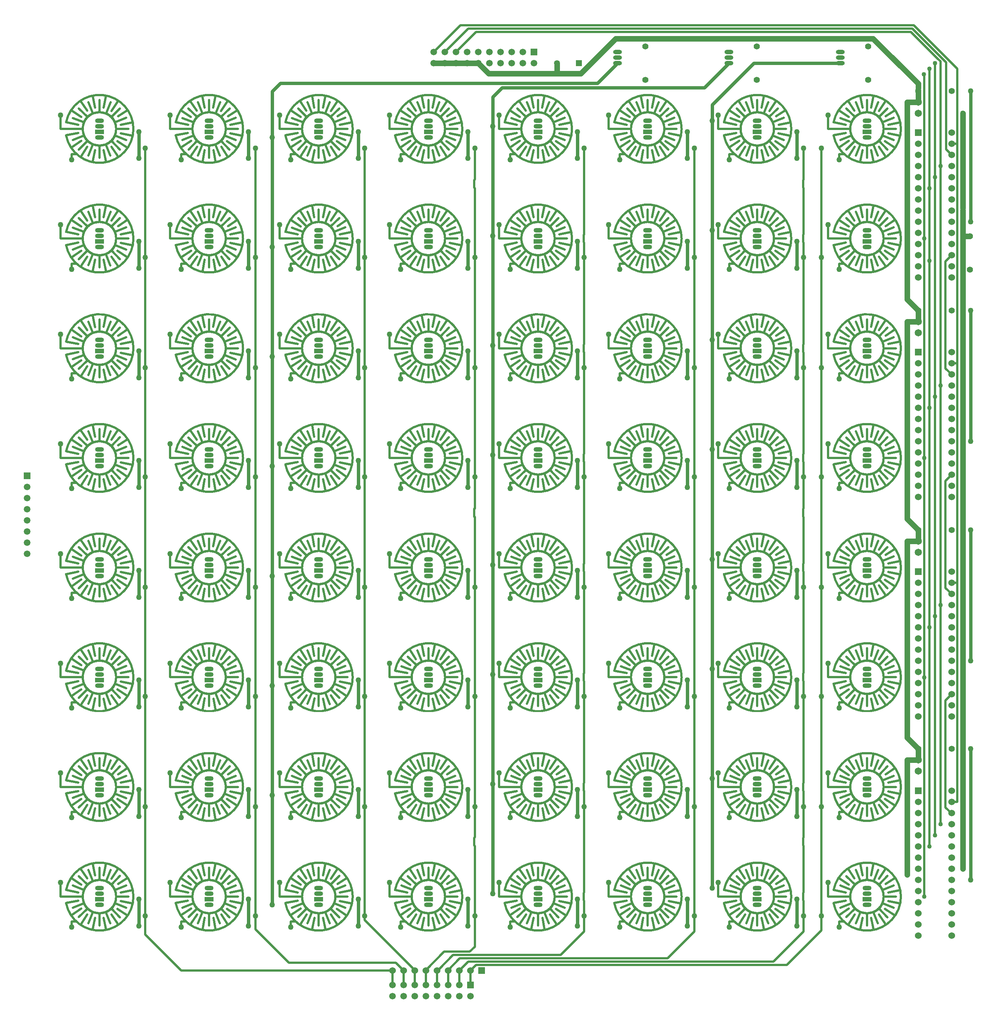
<source format=gbl>
%FSAX24Y24*%
%MOIN*%
G70*
G01*
G75*
G04 Layer_Physical_Order=2*
G04 Layer_Color=16711680*
%ADD10R,0.2000X0.0700*%
G04:AMPARAMS|DCode=11|XSize=200mil|YSize=70mil|CornerRadius=17.5mil|HoleSize=0mil|Usage=FLASHONLY|Rotation=0.000|XOffset=0mil|YOffset=0mil|HoleType=Round|Shape=RoundedRectangle|*
%AMROUNDEDRECTD11*
21,1,0.2000,0.0350,0,0,0.0*
21,1,0.1650,0.0700,0,0,0.0*
1,1,0.0350,0.0825,-0.0175*
1,1,0.0350,-0.0825,-0.0175*
1,1,0.0350,-0.0825,0.0175*
1,1,0.0350,0.0825,0.0175*
%
%ADD11ROUNDEDRECTD11*%
%ADD12C,0.0500*%
%ADD13C,0.0300*%
%ADD14C,0.0200*%
%ADD15C,0.0650*%
%ADD16C,0.0551*%
%ADD17C,0.0600*%
%ADD18R,0.0600X0.0600*%
%ADD19C,0.0591*%
%ADD20R,0.0591X0.0591*%
%ADD21R,0.0600X0.0600*%
%ADD22O,0.0787X0.0394*%
%ADD23O,0.0787X0.0394*%
%ADD24R,0.0591X0.0591*%
%ADD25C,0.0500*%
%ADD26O,0.0800X0.0400*%
%ADD27R,0.0800X0.0400*%
%ADD28R,0.0532X0.0532*%
%ADD29C,0.0532*%
%ADD30C,0.0400*%
%ADD31R,0.0098X0.0098*%
D12*
X105500Y096501D02*
X106150D01*
X105500D02*
Y098850D01*
X105500Y068140D02*
Y079100D01*
Y039750D02*
Y048500D01*
Y059400D01*
X105500Y096501D02*
X105500Y087900D01*
X100500Y069150D02*
X101500D01*
X100500Y051500D02*
Y069150D01*
Y051500D02*
X101500Y050500D01*
X100500Y098250D02*
Y108550D01*
Y090850D02*
Y098250D01*
Y071150D02*
Y088850D01*
Y071150D02*
X101500Y070150D01*
Y069150D02*
Y070150D01*
Y108550D02*
Y109550D01*
X100500Y039200D02*
Y049500D01*
X101500D01*
Y050500D01*
X100500Y088850D02*
X101500D01*
Y089850D01*
X100500Y090850D02*
X101500Y089850D01*
X100500Y108550D02*
X101500D01*
X105500Y059400D02*
Y068140D01*
Y079100D02*
Y087850D01*
Y099050D02*
Y107550D01*
X101500Y109800D02*
Y110200D01*
X097450Y114250D02*
X101500Y110200D01*
X074350Y114250D02*
X097450D01*
X058000Y112050D02*
X059000D01*
X060000D01*
X061000D01*
X062000D01*
X062900Y111150D01*
X062950D01*
X071200Y111100D02*
X074350Y114250D01*
X069066Y111184D02*
Y112050D01*
X062950Y111100D02*
X071200D01*
D13*
X061072Y034602D02*
Y037000D01*
X106200Y038750D02*
Y050500D01*
Y058400D02*
Y070150D01*
Y078100D02*
Y089850D01*
Y097800D02*
Y109550D01*
X105500Y087850D02*
Y087900D01*
X105500Y099050D02*
X105500Y099050D01*
X063309Y037500D02*
Y109009D01*
X043500Y036500D02*
Y109500D01*
X090600Y103500D02*
Y105898D01*
X080757Y103500D02*
Y105898D01*
X070915Y103500D02*
Y105898D01*
X061072Y103500D02*
Y105898D01*
X051230Y103500D02*
Y105898D01*
X041387Y103500D02*
Y105898D01*
X031545Y103500D02*
Y105898D01*
Y093658D02*
Y096055D01*
X041387Y093658D02*
Y096055D01*
X051230Y093658D02*
Y096055D01*
X061072Y093658D02*
Y096055D01*
X070915Y093658D02*
Y096055D01*
X080757Y093658D02*
Y096055D01*
X090600Y093658D02*
Y096055D01*
Y083815D02*
Y086213D01*
X080757Y083815D02*
Y086213D01*
X070915Y083815D02*
Y086213D01*
X061072Y083815D02*
Y086213D01*
X051230Y083815D02*
Y086213D01*
X041387Y083815D02*
Y086213D01*
X031545Y083815D02*
Y086213D01*
Y073972D02*
Y076370D01*
X041387Y073972D02*
Y076370D01*
X051230Y073972D02*
Y076370D01*
X061072Y073972D02*
Y076370D01*
X070915Y073972D02*
Y076370D01*
X080757Y073972D02*
Y076370D01*
X090600Y073972D02*
Y076370D01*
Y064130D02*
Y066528D01*
X080757Y064130D02*
Y066528D01*
X070915Y064130D02*
Y066528D01*
X061072Y064130D02*
Y066528D01*
X051230Y064130D02*
Y066528D01*
X041387Y064130D02*
Y066528D01*
X031545Y064130D02*
Y066528D01*
Y054287D02*
Y056685D01*
X041387Y054287D02*
Y056685D01*
X051230Y054287D02*
Y056685D01*
X061072Y054287D02*
Y056685D01*
X070915Y054287D02*
Y056685D01*
X080757Y054287D02*
Y056685D01*
X090600Y054287D02*
Y056685D01*
Y044445D02*
Y046843D01*
X080757Y044445D02*
Y046843D01*
X070915Y044445D02*
Y046843D01*
X061072Y044445D02*
Y046843D01*
X051230Y044445D02*
Y046843D01*
X041387Y044445D02*
Y046843D01*
X031545Y044445D02*
Y046843D01*
Y034602D02*
Y037000D01*
X041387Y034602D02*
Y037000D01*
X070915Y034602D02*
Y037000D01*
X080757Y034602D02*
Y037000D01*
X090600Y034602D02*
Y037000D01*
X051230Y034602D02*
Y037000D01*
X063309Y109009D02*
X064150Y109850D01*
X082300D01*
X043500Y109500D02*
X044250Y110250D01*
X072700D01*
X074500Y112050D01*
X082300Y109850D02*
X084500Y112050D01*
X083000Y038000D02*
Y108300D01*
X086750Y112050D01*
X094500D01*
D14*
X098398Y106148D02*
G03*
X098398Y106148I-001500J000000D01*
G01*
X088555D02*
G03*
X088555Y106148I-001500J000000D01*
G01*
X078713D02*
G03*
X078713Y106148I-001500J000000D01*
G01*
X068870D02*
G03*
X068870Y106148I-001500J000000D01*
G01*
X059028D02*
G03*
X059028Y106148I-001500J000000D01*
G01*
X049185D02*
G03*
X049185Y106148I-001500J000000D01*
G01*
X039343D02*
G03*
X039343Y106148I-001500J000000D01*
G01*
X029500D02*
G03*
X029500Y106148I-001500J000000D01*
G01*
X098398Y096305D02*
G03*
X098398Y096305I-001500J000000D01*
G01*
X088555D02*
G03*
X088555Y096305I-001500J000000D01*
G01*
X078713D02*
G03*
X078713Y096305I-001500J000000D01*
G01*
X068870D02*
G03*
X068870Y096305I-001500J000000D01*
G01*
X059028D02*
G03*
X059028Y096305I-001500J000000D01*
G01*
X049185D02*
G03*
X049185Y096305I-001500J000000D01*
G01*
X039343D02*
G03*
X039343Y096305I-001500J000000D01*
G01*
X029500D02*
G03*
X029500Y096305I-001500J000000D01*
G01*
X098398Y086463D02*
G03*
X098398Y086463I-001500J000000D01*
G01*
X088555D02*
G03*
X088555Y086463I-001500J000000D01*
G01*
X078713D02*
G03*
X078713Y086463I-001500J000000D01*
G01*
X068870D02*
G03*
X068870Y086463I-001500J000000D01*
G01*
X059028D02*
G03*
X059028Y086463I-001500J000000D01*
G01*
X049185D02*
G03*
X049185Y086463I-001500J000000D01*
G01*
X039343D02*
G03*
X039343Y086463I-001500J000000D01*
G01*
X029500D02*
G03*
X029500Y086463I-001500J000000D01*
G01*
X098398Y076620D02*
G03*
X098398Y076620I-001500J000000D01*
G01*
X088555D02*
G03*
X088555Y076620I-001500J000000D01*
G01*
X078713D02*
G03*
X078713Y076620I-001500J000000D01*
G01*
X068870D02*
G03*
X068870Y076620I-001500J000000D01*
G01*
X059028D02*
G03*
X059028Y076620I-001500J000000D01*
G01*
X049185D02*
G03*
X049185Y076620I-001500J000000D01*
G01*
X039343D02*
G03*
X039343Y076620I-001500J000000D01*
G01*
X029500D02*
G03*
X029500Y076620I-001500J000000D01*
G01*
X098398Y066778D02*
G03*
X098398Y066778I-001500J000000D01*
G01*
X088555D02*
G03*
X088555Y066778I-001500J000000D01*
G01*
X078713D02*
G03*
X078713Y066778I-001500J000000D01*
G01*
X068870D02*
G03*
X068870Y066778I-001500J000000D01*
G01*
X059028D02*
G03*
X059028Y066778I-001500J000000D01*
G01*
X049185D02*
G03*
X049185Y066778I-001500J000000D01*
G01*
X039343D02*
G03*
X039343Y066778I-001500J000000D01*
G01*
X029500D02*
G03*
X029500Y066778I-001500J000000D01*
G01*
X098398Y056935D02*
G03*
X098398Y056935I-001500J000000D01*
G01*
X088555D02*
G03*
X088555Y056935I-001500J000000D01*
G01*
X078713D02*
G03*
X078713Y056935I-001500J000000D01*
G01*
X068870D02*
G03*
X068870Y056935I-001500J000000D01*
G01*
X059028D02*
G03*
X059028Y056935I-001500J000000D01*
G01*
X049185D02*
G03*
X049185Y056935I-001500J000000D01*
G01*
X039343D02*
G03*
X039343Y056935I-001500J000000D01*
G01*
X029500D02*
G03*
X029500Y056935I-001500J000000D01*
G01*
X098398Y047093D02*
G03*
X098398Y047093I-001500J000000D01*
G01*
X088555D02*
G03*
X088555Y047093I-001500J000000D01*
G01*
X078713D02*
G03*
X078713Y047093I-001500J000000D01*
G01*
X068870D02*
G03*
X068870Y047093I-001500J000000D01*
G01*
X059028D02*
G03*
X059028Y047093I-001500J000000D01*
G01*
X049185D02*
G03*
X049185Y047093I-001500J000000D01*
G01*
X039343D02*
G03*
X039343Y047093I-001500J000000D01*
G01*
X029500D02*
G03*
X029500Y047093I-001500J000000D01*
G01*
X098398Y037250D02*
G03*
X098398Y037250I-001500J000000D01*
G01*
X088555D02*
G03*
X088555Y037250I-001500J000000D01*
G01*
X078713D02*
G03*
X078713Y037250I-001500J000000D01*
G01*
X068870D02*
G03*
X068870Y037250I-001500J000000D01*
G01*
X059028D02*
G03*
X059028Y037250I-001500J000000D01*
G01*
X049185D02*
G03*
X049185Y037250I-001500J000000D01*
G01*
X039343D02*
G03*
X039343Y037250I-001500J000000D01*
G01*
X029500D02*
G03*
X029500Y037250I-001500J000000D01*
G01*
X025006Y036669D02*
G03*
X025008Y037844I002994J000581D01*
G01*
X034848Y036669D02*
G03*
X034851Y037844I002994J000581D01*
G01*
X044691Y036669D02*
G03*
X044693Y037844I002994J000581D01*
G01*
X054533Y036669D02*
G03*
X054536Y037844I002994J000581D01*
G01*
X064376Y036669D02*
G03*
X064378Y037844I002994J000581D01*
G01*
X074218Y036669D02*
G03*
X074221Y037844I002994J000581D01*
G01*
X084061Y036669D02*
G03*
X084063Y037844I002994J000581D01*
G01*
X093903Y036669D02*
G03*
X093906Y037844I002994J000581D01*
G01*
X025006Y046512D02*
G03*
X025008Y047686I002994J000581D01*
G01*
X034848Y046512D02*
G03*
X034851Y047686I002994J000581D01*
G01*
X044691Y046512D02*
G03*
X044693Y047686I002994J000581D01*
G01*
X054533Y046512D02*
G03*
X054536Y047686I002994J000581D01*
G01*
X064376Y046512D02*
G03*
X064378Y047686I002994J000581D01*
G01*
X074218Y046512D02*
G03*
X074221Y047686I002994J000581D01*
G01*
X084061Y046512D02*
G03*
X084063Y047686I002994J000581D01*
G01*
X093903Y046512D02*
G03*
X093906Y047686I002994J000581D01*
G01*
X025006Y056354D02*
G03*
X025008Y057529I002994J000581D01*
G01*
X034848Y056354D02*
G03*
X034851Y057529I002994J000581D01*
G01*
X044691Y056354D02*
G03*
X044693Y057529I002994J000581D01*
G01*
X054533Y056354D02*
G03*
X054536Y057529I002994J000581D01*
G01*
X064376Y056354D02*
G03*
X064378Y057529I002994J000581D01*
G01*
X074218Y056354D02*
G03*
X074221Y057529I002994J000581D01*
G01*
X084061Y056354D02*
G03*
X084063Y057529I002994J000581D01*
G01*
X093903Y056354D02*
G03*
X093906Y057529I002994J000581D01*
G01*
X025006Y066197D02*
G03*
X025008Y067371I002994J000581D01*
G01*
X034848Y066197D02*
G03*
X034851Y067371I002994J000581D01*
G01*
X044691Y066197D02*
G03*
X044693Y067371I002994J000581D01*
G01*
X054533Y066197D02*
G03*
X054536Y067371I002994J000581D01*
G01*
X064376Y066197D02*
G03*
X064378Y067371I002994J000581D01*
G01*
X074218Y066197D02*
G03*
X074221Y067371I002994J000581D01*
G01*
X084061Y066197D02*
G03*
X084063Y067371I002994J000581D01*
G01*
X093903Y066197D02*
G03*
X093906Y067371I002994J000581D01*
G01*
X025006Y076039D02*
G03*
X025008Y077214I002994J000581D01*
G01*
X034848Y076039D02*
G03*
X034851Y077214I002994J000581D01*
G01*
X044691Y076039D02*
G03*
X044693Y077214I002994J000581D01*
G01*
X054533Y076039D02*
G03*
X054536Y077214I002994J000581D01*
G01*
X064376Y076039D02*
G03*
X064378Y077214I002994J000581D01*
G01*
X074218Y076039D02*
G03*
X074221Y077214I002994J000581D01*
G01*
X084061Y076039D02*
G03*
X084063Y077214I002994J000581D01*
G01*
X093903Y076039D02*
G03*
X093906Y077214I002994J000581D01*
G01*
X025006Y085882D02*
G03*
X025008Y087056I002994J000581D01*
G01*
X034848Y085882D02*
G03*
X034851Y087056I002994J000581D01*
G01*
X044691Y085882D02*
G03*
X044693Y087056I002994J000581D01*
G01*
X054533Y085882D02*
G03*
X054536Y087056I002994J000581D01*
G01*
X064376Y085882D02*
G03*
X064378Y087056I002994J000581D01*
G01*
X074218Y085882D02*
G03*
X074221Y087056I002994J000581D01*
G01*
X084061Y085882D02*
G03*
X084063Y087056I002994J000581D01*
G01*
X093903Y085882D02*
G03*
X093906Y087056I002994J000581D01*
G01*
X025006Y095724D02*
G03*
X025008Y096899I002994J000581D01*
G01*
X034848Y095724D02*
G03*
X034851Y096899I002994J000581D01*
G01*
X044691Y095724D02*
G03*
X044693Y096899I002994J000581D01*
G01*
X054533Y095724D02*
G03*
X054536Y096899I002994J000581D01*
G01*
X064376Y095724D02*
G03*
X064378Y096899I002994J000581D01*
G01*
X074218Y095724D02*
G03*
X074221Y096899I002994J000581D01*
G01*
X084061Y095724D02*
G03*
X084063Y096899I002994J000581D01*
G01*
X093903Y095724D02*
G03*
X093906Y096899I002994J000581D01*
G01*
X025006Y105567D02*
G03*
X025008Y106741I002994J000581D01*
G01*
X034848Y105567D02*
G03*
X034851Y106741I002994J000581D01*
G01*
X044691Y105567D02*
G03*
X044693Y106741I002994J000581D01*
G01*
X054533Y105567D02*
G03*
X054536Y106741I002994J000581D01*
G01*
X064376Y105567D02*
G03*
X064378Y106741I002994J000581D01*
G01*
X074218Y105567D02*
G03*
X074221Y106741I002994J000581D01*
G01*
X084061Y105567D02*
G03*
X084063Y106741I002994J000581D01*
G01*
X093903Y105567D02*
G03*
X093906Y106741I002994J000581D01*
G01*
X026500Y106148D02*
G03*
X028000Y104648I001500J000000D01*
G01*
D02*
G03*
X029500Y106148I000000J001500D01*
G01*
D02*
G03*
X028000Y107648I-001500J000000D01*
G01*
D02*
G03*
X026500Y106148I000000J-001500D01*
G01*
X036343D02*
G03*
X037843Y104648I001500J000000D01*
G01*
D02*
G03*
X039343Y106148I000000J001500D01*
G01*
D02*
G03*
X037843Y107648I-001500J000000D01*
G01*
D02*
G03*
X036343Y106148I000000J-001500D01*
G01*
X046185D02*
G03*
X047685Y104648I001500J000000D01*
G01*
D02*
G03*
X049185Y106148I000000J001500D01*
G01*
X056028D02*
G03*
X057528Y104648I001500J000000D01*
G01*
D02*
G03*
X059028Y106148I000000J001500D01*
G01*
D02*
G03*
X057528Y107648I-001500J000000D01*
G01*
D02*
G03*
X056028Y106148I000000J-001500D01*
G01*
X049185D02*
G03*
X047685Y107648I-001500J000000D01*
G01*
D02*
G03*
X046185Y106148I000000J-001500D01*
G01*
X065870D02*
G03*
X067370Y104648I001500J000000D01*
G01*
D02*
G03*
X068870Y106148I000000J001500D01*
G01*
D02*
G03*
X067370Y107648I-001500J000000D01*
G01*
D02*
G03*
X065870Y106148I000000J-001500D01*
G01*
X075713D02*
G03*
X077213Y104648I001500J000000D01*
G01*
D02*
G03*
X078713Y106148I000000J001500D01*
G01*
D02*
G03*
X077213Y107648I-001500J000000D01*
G01*
D02*
G03*
X075713Y106148I000000J-001500D01*
G01*
X085555D02*
G03*
X087055Y104648I001500J000000D01*
G01*
D02*
G03*
X088555Y106148I000000J001500D01*
G01*
X095398D02*
G03*
X096898Y104648I001500J000000D01*
G01*
D02*
G03*
X098398Y106148I000000J001500D01*
G01*
X088555D02*
G03*
X087055Y107648I-001500J000000D01*
G01*
D02*
G03*
X085555Y106148I000000J-001500D01*
G01*
X098398D02*
G03*
X096898Y107648I-001500J000000D01*
G01*
D02*
G03*
X095398Y106148I000000J-001500D01*
G01*
X026500Y096305D02*
G03*
X028000Y094805I001500J000000D01*
G01*
D02*
G03*
X029500Y096305I000000J001500D01*
G01*
D02*
G03*
X028000Y097805I-001500J000000D01*
G01*
D02*
G03*
X026500Y096305I000000J-001500D01*
G01*
X036343D02*
G03*
X037843Y094805I001500J000000D01*
G01*
D02*
G03*
X039343Y096305I000000J001500D01*
G01*
D02*
G03*
X037843Y097805I-001500J000000D01*
G01*
D02*
G03*
X036343Y096305I000000J-001500D01*
G01*
X046185D02*
G03*
X047685Y094805I001500J000000D01*
G01*
D02*
G03*
X049185Y096305I000000J001500D01*
G01*
X056028D02*
G03*
X057528Y094805I001500J000000D01*
G01*
D02*
G03*
X059028Y096305I000000J001500D01*
G01*
D02*
G03*
X057528Y097805I-001500J000000D01*
G01*
D02*
G03*
X056028Y096305I000000J-001500D01*
G01*
X049185D02*
G03*
X047685Y097805I-001500J000000D01*
G01*
D02*
G03*
X046185Y096305I000000J-001500D01*
G01*
X065870D02*
G03*
X067370Y094805I001500J000000D01*
G01*
D02*
G03*
X068870Y096305I000000J001500D01*
G01*
D02*
G03*
X067370Y097805I-001500J000000D01*
G01*
D02*
G03*
X065870Y096305I000000J-001500D01*
G01*
X075713D02*
G03*
X077213Y094805I001500J000000D01*
G01*
D02*
G03*
X078713Y096305I000000J001500D01*
G01*
D02*
G03*
X077213Y097805I-001500J000000D01*
G01*
D02*
G03*
X075713Y096305I000000J-001500D01*
G01*
X085555D02*
G03*
X087055Y094805I001500J000000D01*
G01*
D02*
G03*
X088555Y096305I000000J001500D01*
G01*
X095398D02*
G03*
X096898Y094805I001500J000000D01*
G01*
D02*
G03*
X098398Y096305I000000J001500D01*
G01*
X088555D02*
G03*
X087055Y097805I-001500J000000D01*
G01*
D02*
G03*
X085555Y096305I000000J-001500D01*
G01*
X098398D02*
G03*
X096898Y097805I-001500J000000D01*
G01*
D02*
G03*
X095398Y096305I000000J-001500D01*
G01*
X026500Y086463D02*
G03*
X028000Y084963I001500J000000D01*
G01*
D02*
G03*
X029500Y086463I000000J001500D01*
G01*
D02*
G03*
X028000Y087963I-001500J000000D01*
G01*
D02*
G03*
X026500Y086463I000000J-001500D01*
G01*
X036343D02*
G03*
X037843Y084963I001500J000000D01*
G01*
D02*
G03*
X039343Y086463I000000J001500D01*
G01*
D02*
G03*
X037843Y087963I-001500J000000D01*
G01*
D02*
G03*
X036343Y086463I000000J-001500D01*
G01*
X046185D02*
G03*
X047685Y084963I001500J000000D01*
G01*
D02*
G03*
X049185Y086463I000000J001500D01*
G01*
X056028D02*
G03*
X057528Y084963I001500J000000D01*
G01*
D02*
G03*
X059028Y086463I000000J001500D01*
G01*
D02*
G03*
X057528Y087963I-001500J000000D01*
G01*
D02*
G03*
X056028Y086463I000000J-001500D01*
G01*
X049185D02*
G03*
X047685Y087963I-001500J000000D01*
G01*
D02*
G03*
X046185Y086463I000000J-001500D01*
G01*
X065870D02*
G03*
X067370Y084963I001500J000000D01*
G01*
D02*
G03*
X068870Y086463I000000J001500D01*
G01*
D02*
G03*
X067370Y087963I-001500J000000D01*
G01*
D02*
G03*
X065870Y086463I000000J-001500D01*
G01*
X075713D02*
G03*
X077213Y084963I001500J000000D01*
G01*
D02*
G03*
X078713Y086463I000000J001500D01*
G01*
D02*
G03*
X077213Y087963I-001500J000000D01*
G01*
D02*
G03*
X075713Y086463I000000J-001500D01*
G01*
X085555D02*
G03*
X087055Y084963I001500J000000D01*
G01*
D02*
G03*
X088555Y086463I000000J001500D01*
G01*
X095398D02*
G03*
X096898Y084963I001500J000000D01*
G01*
D02*
G03*
X098398Y086463I000000J001500D01*
G01*
X088555D02*
G03*
X087055Y087963I-001500J000000D01*
G01*
D02*
G03*
X085555Y086463I000000J-001500D01*
G01*
X098398D02*
G03*
X096898Y087963I-001500J000000D01*
G01*
D02*
G03*
X095398Y086463I000000J-001500D01*
G01*
X026500Y076620D02*
G03*
X028000Y075120I001500J000000D01*
G01*
D02*
G03*
X029500Y076620I000000J001500D01*
G01*
D02*
G03*
X028000Y078120I-001500J000000D01*
G01*
D02*
G03*
X026500Y076620I000000J-001500D01*
G01*
X036343D02*
G03*
X037843Y075120I001500J000000D01*
G01*
D02*
G03*
X039343Y076620I000000J001500D01*
G01*
D02*
G03*
X037843Y078120I-001500J000000D01*
G01*
D02*
G03*
X036343Y076620I000000J-001500D01*
G01*
X046185D02*
G03*
X047685Y075120I001500J000000D01*
G01*
D02*
G03*
X049185Y076620I000000J001500D01*
G01*
X056028D02*
G03*
X057528Y075120I001500J000000D01*
G01*
D02*
G03*
X059028Y076620I000000J001500D01*
G01*
D02*
G03*
X057528Y078120I-001500J000000D01*
G01*
D02*
G03*
X056028Y076620I000000J-001500D01*
G01*
X049185D02*
G03*
X047685Y078120I-001500J000000D01*
G01*
D02*
G03*
X046185Y076620I000000J-001500D01*
G01*
X065870D02*
G03*
X067370Y075120I001500J000000D01*
G01*
D02*
G03*
X068870Y076620I000000J001500D01*
G01*
D02*
G03*
X067370Y078120I-001500J000000D01*
G01*
D02*
G03*
X065870Y076620I000000J-001500D01*
G01*
X075713D02*
G03*
X077213Y075120I001500J000000D01*
G01*
D02*
G03*
X078713Y076620I000000J001500D01*
G01*
D02*
G03*
X077213Y078120I-001500J000000D01*
G01*
D02*
G03*
X075713Y076620I000000J-001500D01*
G01*
X085555D02*
G03*
X087055Y075120I001500J000000D01*
G01*
D02*
G03*
X088555Y076620I000000J001500D01*
G01*
X095398D02*
G03*
X096898Y075120I001500J000000D01*
G01*
D02*
G03*
X098398Y076620I000000J001500D01*
G01*
X088555D02*
G03*
X087055Y078120I-001500J000000D01*
G01*
D02*
G03*
X085555Y076620I000000J-001500D01*
G01*
X098398D02*
G03*
X096898Y078120I-001500J000000D01*
G01*
D02*
G03*
X095398Y076620I000000J-001500D01*
G01*
X026500Y066778D02*
G03*
X028000Y065278I001500J000000D01*
G01*
D02*
G03*
X029500Y066778I000000J001500D01*
G01*
D02*
G03*
X028000Y068278I-001500J000000D01*
G01*
D02*
G03*
X026500Y066778I000000J-001500D01*
G01*
X036343D02*
G03*
X037843Y065278I001500J000000D01*
G01*
D02*
G03*
X039343Y066778I000000J001500D01*
G01*
D02*
G03*
X037843Y068278I-001500J000000D01*
G01*
D02*
G03*
X036343Y066778I000000J-001500D01*
G01*
X046185D02*
G03*
X047685Y065278I001500J000000D01*
G01*
D02*
G03*
X049185Y066778I000000J001500D01*
G01*
X056028D02*
G03*
X057528Y065278I001500J000000D01*
G01*
D02*
G03*
X059028Y066778I000000J001500D01*
G01*
D02*
G03*
X057528Y068278I-001500J000000D01*
G01*
D02*
G03*
X056028Y066778I000000J-001500D01*
G01*
X049185D02*
G03*
X047685Y068278I-001500J000000D01*
G01*
D02*
G03*
X046185Y066778I000000J-001500D01*
G01*
X065870D02*
G03*
X067370Y065278I001500J000000D01*
G01*
D02*
G03*
X068870Y066778I000000J001500D01*
G01*
D02*
G03*
X067370Y068278I-001500J000000D01*
G01*
D02*
G03*
X065870Y066778I000000J-001500D01*
G01*
X075713D02*
G03*
X077213Y065278I001500J000000D01*
G01*
D02*
G03*
X078713Y066778I000000J001500D01*
G01*
D02*
G03*
X077213Y068278I-001500J000000D01*
G01*
D02*
G03*
X075713Y066778I000000J-001500D01*
G01*
X085555D02*
G03*
X087055Y065278I001500J000000D01*
G01*
D02*
G03*
X088555Y066778I000000J001500D01*
G01*
X095398D02*
G03*
X096898Y065278I001500J000000D01*
G01*
D02*
G03*
X098398Y066778I000000J001500D01*
G01*
X088555D02*
G03*
X087055Y068278I-001500J000000D01*
G01*
D02*
G03*
X085555Y066778I000000J-001500D01*
G01*
X098398D02*
G03*
X096898Y068278I-001500J000000D01*
G01*
D02*
G03*
X095398Y066778I000000J-001500D01*
G01*
X026500Y056935D02*
G03*
X028000Y055435I001500J000000D01*
G01*
D02*
G03*
X029500Y056935I000000J001500D01*
G01*
D02*
G03*
X028000Y058435I-001500J000000D01*
G01*
D02*
G03*
X026500Y056935I000000J-001500D01*
G01*
X036343D02*
G03*
X037843Y055435I001500J000000D01*
G01*
D02*
G03*
X039343Y056935I000000J001500D01*
G01*
D02*
G03*
X037843Y058435I-001500J000000D01*
G01*
D02*
G03*
X036343Y056935I000000J-001500D01*
G01*
X046185D02*
G03*
X047685Y055435I001500J000000D01*
G01*
D02*
G03*
X049185Y056935I000000J001500D01*
G01*
X056028D02*
G03*
X057528Y055435I001500J000000D01*
G01*
D02*
G03*
X059028Y056935I000000J001500D01*
G01*
D02*
G03*
X057528Y058435I-001500J000000D01*
G01*
D02*
G03*
X056028Y056935I000000J-001500D01*
G01*
X049185D02*
G03*
X047685Y058435I-001500J000000D01*
G01*
D02*
G03*
X046185Y056935I000000J-001500D01*
G01*
X065870D02*
G03*
X067370Y055435I001500J000000D01*
G01*
D02*
G03*
X068870Y056935I000000J001500D01*
G01*
D02*
G03*
X067370Y058435I-001500J000000D01*
G01*
D02*
G03*
X065870Y056935I000000J-001500D01*
G01*
X075713D02*
G03*
X077213Y055435I001500J000000D01*
G01*
D02*
G03*
X078713Y056935I000000J001500D01*
G01*
D02*
G03*
X077213Y058435I-001500J000000D01*
G01*
D02*
G03*
X075713Y056935I000000J-001500D01*
G01*
X085555D02*
G03*
X087055Y055435I001500J000000D01*
G01*
D02*
G03*
X088555Y056935I000000J001500D01*
G01*
X095398D02*
G03*
X096898Y055435I001500J000000D01*
G01*
D02*
G03*
X098398Y056935I000000J001500D01*
G01*
X088555D02*
G03*
X087055Y058435I-001500J000000D01*
G01*
D02*
G03*
X085555Y056935I000000J-001500D01*
G01*
X098398D02*
G03*
X096898Y058435I-001500J000000D01*
G01*
D02*
G03*
X095398Y056935I000000J-001500D01*
G01*
X026500Y047093D02*
G03*
X028000Y045593I001500J000000D01*
G01*
D02*
G03*
X029500Y047093I000000J001500D01*
G01*
D02*
G03*
X028000Y048593I-001500J000000D01*
G01*
D02*
G03*
X026500Y047093I000000J-001500D01*
G01*
X036343D02*
G03*
X037843Y045593I001500J000000D01*
G01*
D02*
G03*
X039343Y047093I000000J001500D01*
G01*
D02*
G03*
X037843Y048593I-001500J000000D01*
G01*
D02*
G03*
X036343Y047093I000000J-001500D01*
G01*
X046185D02*
G03*
X047685Y045593I001500J000000D01*
G01*
D02*
G03*
X049185Y047093I000000J001500D01*
G01*
X056028D02*
G03*
X057528Y045593I001500J000000D01*
G01*
D02*
G03*
X059028Y047093I000000J001500D01*
G01*
X049185D02*
G03*
X047685Y048593I-001500J000000D01*
G01*
D02*
G03*
X046185Y047093I000000J-001500D01*
G01*
X059028D02*
G03*
X057528Y048593I-001500J000000D01*
G01*
D02*
G03*
X056028Y047093I000000J-001500D01*
G01*
X065870D02*
G03*
X067370Y045593I001500J000000D01*
G01*
D02*
G03*
X068870Y047093I000000J001500D01*
G01*
D02*
G03*
X067370Y048593I-001500J000000D01*
G01*
D02*
G03*
X065870Y047093I000000J-001500D01*
G01*
X075713D02*
G03*
X077213Y045593I001500J000000D01*
G01*
D02*
G03*
X078713Y047093I000000J001500D01*
G01*
D02*
G03*
X077213Y048593I-001500J000000D01*
G01*
D02*
G03*
X075713Y047093I000000J-001500D01*
G01*
X085555D02*
G03*
X087055Y045593I001500J000000D01*
G01*
D02*
G03*
X088555Y047093I000000J001500D01*
G01*
X095398D02*
G03*
X096898Y045593I001500J000000D01*
G01*
D02*
G03*
X098398Y047093I000000J001500D01*
G01*
X088555D02*
G03*
X087055Y048593I-001500J000000D01*
G01*
D02*
G03*
X085555Y047093I000000J-001500D01*
G01*
X098398D02*
G03*
X096898Y048593I-001500J000000D01*
G01*
D02*
G03*
X095398Y047093I000000J-001500D01*
G01*
X026500Y037250D02*
G03*
X028000Y035750I001500J000000D01*
G01*
D02*
G03*
X029500Y037250I000000J001500D01*
G01*
D02*
G03*
X028000Y038750I-001500J000000D01*
G01*
D02*
G03*
X026500Y037250I000000J-001500D01*
G01*
X036343D02*
G03*
X037843Y035750I001500J000000D01*
G01*
D02*
G03*
X039343Y037250I000000J001500D01*
G01*
D02*
G03*
X037843Y038750I-001500J000000D01*
G01*
D02*
G03*
X036343Y037250I000000J-001500D01*
G01*
X046185D02*
G03*
X047685Y035750I001500J000000D01*
G01*
D02*
G03*
X049185Y037250I000000J001500D01*
G01*
X056028D02*
G03*
X057528Y035750I001500J000000D01*
G01*
D02*
G03*
X059028Y037250I000000J001500D01*
G01*
D02*
G03*
X057528Y038750I-001500J000000D01*
G01*
D02*
G03*
X056028Y037250I000000J-001500D01*
G01*
X049185D02*
G03*
X047685Y038750I-001500J000000D01*
G01*
D02*
G03*
X046185Y037250I000000J-001500D01*
G01*
X065870D02*
G03*
X067370Y035750I001500J000000D01*
G01*
D02*
G03*
X068870Y037250I000000J001500D01*
G01*
D02*
G03*
X067370Y038750I-001500J000000D01*
G01*
D02*
G03*
X065870Y037250I000000J-001500D01*
G01*
X075713D02*
G03*
X077213Y035750I001500J000000D01*
G01*
D02*
G03*
X078713Y037250I000000J001500D01*
G01*
D02*
G03*
X077213Y038750I-001500J000000D01*
G01*
D02*
G03*
X075713Y037250I000000J-001500D01*
G01*
X085555D02*
G03*
X087055Y035750I001500J000000D01*
G01*
D02*
G03*
X088555Y037250I000000J001500D01*
G01*
X095398D02*
G03*
X096898Y035750I001500J000000D01*
G01*
D02*
G03*
X098398Y037250I000000J001500D01*
G01*
X088555D02*
G03*
X087055Y038750I-001500J000000D01*
G01*
D02*
G03*
X085555Y037250I000000J-001500D01*
G01*
X098398D02*
G03*
X096898Y038750I-001500J000000D01*
G01*
D02*
G03*
X095398Y037250I000000J-001500D01*
G01*
X058299Y030749D02*
X058499D01*
X059749Y031999D01*
X059300Y030600D02*
X059400D01*
X059300D02*
Y030650D01*
X060349Y031699D01*
X061099Y031399D02*
X061622D01*
X060300Y030600D02*
X061099Y031399D01*
X060300Y029300D02*
Y030600D01*
X061623Y031400D02*
X062807D01*
X061622Y031399D02*
X061623Y031400D01*
X061498Y031700D02*
X062931D01*
X061497Y031699D02*
X061498Y031700D01*
X060349Y031699D02*
X061497D01*
X061374Y032000D02*
X063056D01*
X061373Y031999D02*
X061374Y032000D01*
X059749Y031999D02*
X061373D01*
X061700Y032750D02*
Y035450D01*
X061249Y032299D02*
X061700Y032750D01*
X058949Y032299D02*
X061249D01*
X061800Y031100D02*
X062683D01*
X061300Y030600D02*
X061800Y031100D01*
X057300Y030650D02*
X058949Y032299D01*
X089699Y031099D02*
X092800Y034200D01*
X062684Y031099D02*
X089699D01*
X088499Y031399D02*
X091200Y034100D01*
X062808Y031399D02*
X088499D01*
X078999Y031699D02*
X081400Y034100D01*
X062933Y031699D02*
X078999D01*
X061700Y035500D02*
Y041774D01*
X063057Y031999D02*
X069399D01*
X063056Y032000D02*
X063057Y031999D01*
X062931Y031700D02*
X062933Y031699D01*
X062807Y031400D02*
X062808Y031399D01*
X062683Y031100D02*
X062684Y031099D01*
X069399Y031999D02*
X071500Y034100D01*
X054601Y031299D02*
X055300Y030600D01*
X045001Y031299D02*
X054601D01*
X042000Y034300D02*
X045001Y031299D01*
X054300Y029300D02*
Y030599D01*
X035351D02*
X054300D01*
X056300Y029300D02*
Y030648D01*
X051796Y035152D02*
X056300Y030648D01*
X051796Y035152D02*
Y035500D01*
X032100Y033850D02*
X035351Y030599D01*
X057300Y029300D02*
Y030650D01*
X103950Y054850D02*
X104500Y055400D01*
X103950Y045250D02*
Y054850D01*
Y045250D02*
X104500Y044700D01*
X103950Y074550D02*
X104500Y075100D01*
X103950Y064950D02*
Y074550D01*
Y064950D02*
X104500Y064400D01*
X103950Y084650D02*
X104500Y084100D01*
X103950Y084650D02*
Y094250D01*
X104500Y094800D01*
Y085100D02*
X105000D01*
Y065400D02*
Y085100D01*
X104500Y065400D02*
X105000D01*
Y045750D02*
Y065400D01*
X104500Y045750D02*
X105000D01*
X104500Y104800D02*
X105000D01*
X102500Y041750D02*
Y111550D01*
X102025Y037250D02*
Y111050D01*
X102000D02*
X102025Y111025D01*
X060000Y113050D02*
X061800Y114850D01*
X059000Y113050D02*
X061100Y115150D01*
X058000Y113050D02*
X060400Y115450D01*
X092800Y094600D02*
Y104400D01*
Y084700D02*
Y094600D01*
Y074900D02*
Y084700D01*
Y065000D02*
Y074900D01*
Y055200D02*
Y065000D01*
Y045300D02*
Y055200D01*
Y035600D02*
Y045300D01*
X091200Y101596D02*
Y104400D01*
Y094600D02*
Y095936D01*
Y086832D02*
Y094600D01*
Y084700D02*
Y086093D01*
Y076990D02*
Y084700D01*
Y074900D02*
Y076251D01*
Y072068D02*
Y074900D01*
Y065000D02*
Y066408D01*
Y057305D02*
Y065000D01*
Y055200D02*
Y056566D01*
Y047462D02*
Y055200D01*
Y045300D02*
Y046723D01*
Y042541D02*
Y045300D01*
X081400Y094600D02*
Y104400D01*
Y084700D02*
Y094600D01*
Y074900D02*
Y084700D01*
Y065000D02*
Y074900D01*
Y055200D02*
Y065000D01*
Y045300D02*
Y055200D01*
Y035600D02*
Y045300D01*
X071500Y096660D02*
Y104400D01*
Y094600D02*
Y095951D01*
Y086817D02*
Y094600D01*
Y084700D02*
Y086108D01*
Y076975D02*
Y084700D01*
Y074900D02*
Y076266D01*
Y067132D02*
Y074900D01*
Y065000D02*
Y066423D01*
Y057290D02*
Y065000D01*
Y055200D02*
Y056581D01*
Y047447D02*
Y055200D01*
Y045300D02*
Y046738D01*
Y037605D02*
Y045300D01*
X061700Y101623D02*
Y104400D01*
Y094600D02*
Y100829D01*
Y084700D02*
Y094600D01*
Y074900D02*
Y084700D01*
Y072096D02*
Y074900D01*
Y065000D02*
Y071302D01*
Y055200D02*
Y065000D01*
Y045300D02*
Y055200D01*
Y042568D02*
Y045300D01*
X042000Y094600D02*
Y104400D01*
Y084700D02*
Y094600D01*
Y074900D02*
Y084700D01*
Y065000D02*
Y074900D01*
Y055200D02*
Y065000D01*
Y045300D02*
Y055200D01*
Y035500D02*
Y045300D01*
X091200Y037620D02*
Y041802D01*
X091166Y037586D02*
X091200Y037620D01*
X091166Y036914D02*
Y037586D01*
Y036914D02*
X091200Y036881D01*
Y035600D02*
Y036881D01*
X091166Y047428D02*
X091200Y047462D01*
X091166Y046757D02*
Y047428D01*
Y046757D02*
X091200Y046723D01*
X091166Y057271D02*
X091200Y057305D01*
X091166Y056599D02*
Y057271D01*
Y056599D02*
X091200Y056566D01*
Y067147D02*
Y071329D01*
X091166Y067113D02*
X091200Y067147D01*
X091166Y066442D02*
Y067113D01*
Y066442D02*
X091200Y066408D01*
X091166Y072034D02*
X091200Y072068D01*
X091166Y071363D02*
Y072034D01*
Y071363D02*
X091200Y071329D01*
X091166Y101562D02*
X091200Y101596D01*
X091166Y100891D02*
Y101562D01*
Y100891D02*
X091200Y100857D01*
Y096675D02*
Y100857D01*
X091166Y042507D02*
X091200Y042541D01*
X091166Y041836D02*
Y042507D01*
Y041836D02*
X091200Y041802D01*
X091166Y076956D02*
X091200Y076990D01*
X091166Y076284D02*
Y076956D01*
Y076284D02*
X091200Y076251D01*
X091166Y086798D02*
X091200Y086832D01*
X091166Y086127D02*
Y086798D01*
Y086127D02*
X091200Y086093D01*
X091166Y096641D02*
X091200Y096675D01*
X091166Y095970D02*
Y096641D01*
Y095970D02*
X091200Y095936D01*
X071481Y037586D02*
X071500Y037605D01*
X071481Y036914D02*
Y037586D01*
Y036914D02*
X071500Y036896D01*
X071481Y047428D02*
X071500Y047447D01*
X071481Y046757D02*
Y047428D01*
Y046757D02*
X071500Y046738D01*
X071481Y057271D02*
X071500Y057290D01*
X071481Y056599D02*
Y057271D01*
Y056599D02*
X071500Y056581D01*
X071481Y067113D02*
X071500Y067132D01*
X071481Y066442D02*
Y067113D01*
Y066442D02*
X071500Y066423D01*
X071481Y076956D02*
X071500Y076975D01*
X071481Y076284D02*
Y076956D01*
Y076284D02*
X071500Y076266D01*
X071481Y086798D02*
X071500Y086817D01*
X071481Y086127D02*
Y086798D01*
Y086127D02*
X071500Y086108D01*
X071481Y096641D02*
X071500Y096660D01*
X071481Y095970D02*
Y096641D01*
Y095970D02*
X071500Y095951D01*
X061639Y072034D02*
X061700Y072096D01*
X061639Y071363D02*
Y072034D01*
Y071363D02*
X061700Y071302D01*
X061639Y101562D02*
X061700Y101623D01*
X061639Y100891D02*
Y101562D01*
Y100891D02*
X061700Y100829D01*
X061639Y042507D02*
X061700Y042568D01*
X061639Y041836D02*
Y042507D01*
Y041836D02*
X061700Y041774D01*
X032100Y094600D02*
Y104400D01*
Y084700D02*
Y094600D01*
Y074900D02*
Y084700D01*
Y065000D02*
Y074900D01*
Y055200D02*
Y065000D01*
Y045300D02*
Y055200D01*
X028578Y035861D02*
X028978Y034841D01*
X025500Y035000D02*
X025900D01*
X025500Y034500D02*
Y035000D01*
X028600Y038650D02*
X028993Y039653D01*
X029400Y036650D02*
X030400Y036250D01*
X027003Y034849D02*
X027400Y035850D01*
X025594Y038234D02*
X026600Y037850D01*
X026145Y039095D02*
X026900Y038350D01*
X026151Y035399D02*
X026900Y036150D01*
X029100D02*
X029845Y035395D01*
X029100Y038350D02*
X029851Y039099D01*
X029400Y037850D02*
X030401Y038248D01*
X025597Y036258D02*
X026600Y036650D01*
X027000Y039650D02*
X027400Y038650D01*
X028380Y039154D02*
X028579Y040154D01*
X029900Y036850D02*
X030900Y036651D01*
X027416Y034392D02*
X027606Y035349D01*
X025008Y037844D02*
X026115Y037624D01*
X029079Y038864D02*
X029679Y039764D01*
X029609Y036163D02*
X030462Y035593D01*
X026374Y034816D02*
X026922Y035636D01*
X025480Y038921D02*
X026380Y038320D01*
X026305Y039753D02*
X026891Y038877D01*
X025531Y035604D02*
X026384Y036174D01*
X029086Y035641D02*
X029628Y034830D01*
X029685Y038372D02*
X030515Y038927D01*
X029904Y037631D02*
X030904Y037830D01*
X028387Y035347D02*
X028579Y034383D01*
X025006Y036668D02*
X026112Y036888D01*
X027405Y040151D02*
X027604Y039151D01*
X024500Y037250D02*
Y038500D01*
X034343Y037250D02*
Y038500D01*
X037248Y040151D02*
X037446Y039151D01*
X034848Y036668D02*
X035955Y036888D01*
X038229Y035347D02*
X038421Y034383D01*
X039746Y037631D02*
X040746Y037830D01*
X039528Y038372D02*
X040358Y038927D01*
X038928Y035641D02*
X039470Y034830D01*
X035373Y035604D02*
X036227Y036174D01*
X036148Y039753D02*
X036733Y038877D01*
X035323Y038921D02*
X036222Y038320D01*
X036217Y034816D02*
X036764Y035636D01*
X039451Y036163D02*
X040304Y035593D01*
X038921Y038864D02*
X039522Y039764D01*
X034851Y037844D02*
X035957Y037624D01*
X037259Y034392D02*
X037449Y035349D01*
X039743Y036850D02*
X040743Y036651D01*
X038222Y039154D02*
X038421Y040154D01*
X036843Y039650D02*
X037243Y038650D01*
X035440Y036258D02*
X036443Y036650D01*
X039243Y037850D02*
X040243Y038248D01*
X038943Y038350D02*
X039693Y039099D01*
X038943Y036150D02*
X039688Y035395D01*
X035993Y035399D02*
X036743Y036150D01*
X035988Y039095D02*
X036743Y038350D01*
X035436Y038234D02*
X036443Y037850D01*
X036845Y034849D02*
X037243Y035850D01*
X039243Y036650D02*
X040243Y036250D01*
X038443Y038650D02*
X038835Y039653D01*
X035343Y034500D02*
Y035000D01*
X035743D01*
X038421Y035861D02*
X038820Y034841D01*
X048263Y035861D02*
X048663Y034841D01*
X045185Y035000D02*
X045585D01*
X045185Y034500D02*
Y035000D01*
X048285Y038650D02*
X048678Y039653D01*
X049085Y036650D02*
X050085Y036250D01*
X046688Y034849D02*
X047085Y035850D01*
X045279Y038234D02*
X046285Y037850D01*
X045830Y039095D02*
X046585Y038350D01*
X045836Y035399D02*
X046585Y036150D01*
X048785D02*
X049530Y035395D01*
X048785Y038350D02*
X049536Y039099D01*
X049085Y037850D02*
X050086Y038248D01*
X045282Y036258D02*
X046285Y036650D01*
X046685Y039650D02*
X047085Y038650D01*
X048065Y039154D02*
X048264Y040154D01*
X049585Y036850D02*
X050585Y036651D01*
X047101Y034392D02*
X047291Y035349D01*
X044693Y037844D02*
X045800Y037624D01*
X048764Y038864D02*
X049365Y039764D01*
X049294Y036163D02*
X050147Y035593D01*
X046059Y034816D02*
X046607Y035636D01*
X045165Y038921D02*
X046065Y038320D01*
X045990Y039753D02*
X046576Y038877D01*
X045216Y035604D02*
X046069Y036174D01*
X048771Y035641D02*
X049313Y034830D01*
X049370Y038372D02*
X050200Y038927D01*
X049589Y037631D02*
X050589Y037830D01*
X048072Y035347D02*
X048264Y034383D01*
X044691Y036668D02*
X045797Y036888D01*
X047090Y040151D02*
X047289Y039151D01*
X044185Y037250D02*
Y038500D01*
X054028Y037250D02*
Y038500D01*
X056933Y040151D02*
X057132Y039151D01*
X054534Y036668D02*
X055640Y036888D01*
X057915Y035347D02*
X058106Y034383D01*
X059431Y037631D02*
X060432Y037830D01*
X059213Y038372D02*
X060043Y038927D01*
X058614Y035641D02*
X059155Y034830D01*
X055058Y035604D02*
X055912Y036174D01*
X055833Y039753D02*
X056418Y038877D01*
X055008Y038921D02*
X055907Y038320D01*
X055902Y034816D02*
X056449Y035636D01*
X059136Y036163D02*
X059989Y035593D01*
X058606Y038864D02*
X059207Y039764D01*
X054536Y037844D02*
X055642Y037624D01*
X056944Y034392D02*
X057134Y035349D01*
X059428Y036850D02*
X060428Y036651D01*
X057907Y039154D02*
X058106Y040154D01*
X056528Y039650D02*
X056928Y038650D01*
X055125Y036258D02*
X056128Y036650D01*
X058928Y037850D02*
X059929Y038248D01*
X058628Y038350D02*
X059378Y039099D01*
X058628Y036150D02*
X059373Y035395D01*
X055678Y035399D02*
X056428Y036150D01*
X055673Y039095D02*
X056428Y038350D01*
X055121Y038234D02*
X056128Y037850D01*
X056530Y034849D02*
X056928Y035850D01*
X058928Y036650D02*
X059928Y036250D01*
X058128Y038650D02*
X058520Y039653D01*
X055028Y034500D02*
Y035000D01*
X055428D01*
X058106Y035861D02*
X058505Y034841D01*
X067948Y035861D02*
X068348Y034841D01*
X064870Y035000D02*
X065270D01*
X064870Y034500D02*
Y035000D01*
X067970Y038650D02*
X068363Y039653D01*
X068770Y036650D02*
X069770Y036250D01*
X066373Y034849D02*
X066770Y035850D01*
X064964Y038234D02*
X065970Y037850D01*
X065515Y039095D02*
X066270Y038350D01*
X065521Y035399D02*
X066270Y036150D01*
X068470D02*
X069215Y035395D01*
X068470Y038350D02*
X069221Y039099D01*
X068770Y037850D02*
X069771Y038248D01*
X064967Y036258D02*
X065970Y036650D01*
X066370Y039650D02*
X066770Y038650D01*
X067750Y039154D02*
X067949Y040154D01*
X069270Y036850D02*
X070270Y036651D01*
X066786Y034392D02*
X066977Y035349D01*
X064378Y037844D02*
X065485Y037624D01*
X068449Y038864D02*
X069050Y039764D01*
X068979Y036163D02*
X069832Y035593D01*
X065744Y034816D02*
X066292Y035636D01*
X064850Y038921D02*
X065750Y038320D01*
X065675Y039753D02*
X066261Y038877D01*
X064901Y035604D02*
X065754Y036174D01*
X068456Y035641D02*
X068998Y034830D01*
X069055Y038372D02*
X069885Y038927D01*
X069274Y037631D02*
X070274Y037830D01*
X067757Y035347D02*
X067949Y034383D01*
X064376Y036668D02*
X065482Y036888D01*
X066775Y040151D02*
X066974Y039151D01*
X063870Y037250D02*
Y038500D01*
X073713Y037250D02*
Y038500D01*
X076618Y040151D02*
X076817Y039151D01*
X074219Y036668D02*
X075325Y036888D01*
X077600Y035347D02*
X077792Y034383D01*
X079116Y037631D02*
X080117Y037830D01*
X078898Y038372D02*
X079728Y038927D01*
X078299Y035641D02*
X078840Y034830D01*
X074743Y035604D02*
X075597Y036174D01*
X075518Y039753D02*
X076103Y038877D01*
X074693Y038921D02*
X075592Y038320D01*
X075587Y034816D02*
X076134Y035636D01*
X078821Y036163D02*
X079674Y035593D01*
X078291Y038864D02*
X078892Y039764D01*
X074221Y037844D02*
X075327Y037624D01*
X076629Y034392D02*
X076819Y035349D01*
X079113Y036850D02*
X080113Y036651D01*
X077592Y039154D02*
X077791Y040154D01*
X076213Y039650D02*
X076613Y038650D01*
X074810Y036258D02*
X075813Y036650D01*
X078613Y037850D02*
X079614Y038248D01*
X078313Y038350D02*
X079063Y039099D01*
X078313Y036150D02*
X079058Y035395D01*
X075363Y035399D02*
X076113Y036150D01*
X075358Y039095D02*
X076113Y038350D01*
X074806Y038234D02*
X075813Y037850D01*
X076215Y034849D02*
X076613Y035850D01*
X078613Y036650D02*
X079613Y036250D01*
X077813Y038650D02*
X078205Y039653D01*
X074713Y034500D02*
Y035000D01*
X075113D01*
X077791Y035861D02*
X078190Y034841D01*
X087634Y035861D02*
X088033Y034841D01*
X084555Y035000D02*
X084955D01*
X084555Y034500D02*
Y035000D01*
X087655Y038650D02*
X088048Y039653D01*
X088455Y036650D02*
X089455Y036250D01*
X086058Y034849D02*
X086455Y035850D01*
X084649Y038234D02*
X085655Y037850D01*
X085200Y039095D02*
X085955Y038350D01*
X085206Y035399D02*
X085955Y036150D01*
X088155D02*
X088900Y035395D01*
X088155Y038350D02*
X088906Y039099D01*
X088455Y037850D02*
X089456Y038248D01*
X084652Y036258D02*
X085655Y036650D01*
X086055Y039650D02*
X086455Y038650D01*
X087435Y039154D02*
X087634Y040154D01*
X088955Y036850D02*
X089955Y036651D01*
X086471Y034392D02*
X086662Y035349D01*
X084063Y037844D02*
X085170Y037624D01*
X088134Y038864D02*
X088735Y039764D01*
X088664Y036163D02*
X089517Y035593D01*
X085429Y034816D02*
X085977Y035636D01*
X084535Y038921D02*
X085435Y038320D01*
X085360Y039753D02*
X085946Y038877D01*
X084586Y035604D02*
X085439Y036174D01*
X088141Y035641D02*
X088683Y034830D01*
X088740Y038372D02*
X089570Y038927D01*
X088959Y037631D02*
X089959Y037830D01*
X087442Y035347D02*
X087634Y034383D01*
X084061Y036668D02*
X085167Y036888D01*
X086460Y040151D02*
X086659Y039151D01*
X083555Y037250D02*
Y038500D01*
X093398Y037250D02*
Y038500D01*
X096303Y040151D02*
X096502Y039151D01*
X093904Y036668D02*
X095010Y036888D01*
X097285Y035347D02*
X097477Y034383D01*
X098801Y037631D02*
X099802Y037830D01*
X098583Y038372D02*
X099413Y038927D01*
X097984Y035641D02*
X098525Y034830D01*
X094428Y035604D02*
X095282Y036174D01*
X095203Y039753D02*
X095788Y038877D01*
X094378Y038921D02*
X095277Y038320D01*
X095272Y034816D02*
X095819Y035636D01*
X098506Y036163D02*
X099359Y035593D01*
X097976Y038864D02*
X098577Y039764D01*
X093906Y037844D02*
X095012Y037624D01*
X096314Y034392D02*
X096504Y035349D01*
X098798Y036850D02*
X099798Y036651D01*
X097277Y039154D02*
X097476Y040154D01*
X095898Y039650D02*
X096298Y038650D01*
X094495Y036258D02*
X095498Y036650D01*
X098298Y037850D02*
X099299Y038248D01*
X097998Y038350D02*
X098748Y039099D01*
X097998Y036150D02*
X098743Y035395D01*
X095048Y035399D02*
X095798Y036150D01*
X095043Y039095D02*
X095798Y038350D01*
X094491Y038234D02*
X095498Y037850D01*
X095900Y034849D02*
X096298Y035850D01*
X098298Y036650D02*
X099298Y036250D01*
X097498Y038650D02*
X097890Y039653D01*
X094398Y034500D02*
Y035000D01*
X094798D01*
X097476Y035861D02*
X097875Y034841D01*
X028578Y045703D02*
X028978Y044684D01*
X025500Y044843D02*
X025900D01*
X025500Y044343D02*
Y044843D01*
X028600Y048493D02*
X028993Y049495D01*
X029400Y046493D02*
X030400Y046093D01*
X027003Y044692D02*
X027400Y045693D01*
X025594Y048076D02*
X026600Y047693D01*
X026145Y048937D02*
X026900Y048193D01*
X026151Y045242D02*
X026900Y045993D01*
X029100D02*
X029845Y045237D01*
X029100Y048193D02*
X029851Y048942D01*
X029400Y047693D02*
X030401Y048090D01*
X025597Y046100D02*
X026600Y046493D01*
X027000Y049493D02*
X027400Y048493D01*
X028380Y048997D02*
X028579Y049997D01*
X029900Y046693D02*
X030900Y046494D01*
X027416Y044234D02*
X027606Y045191D01*
X025008Y047686D02*
X026115Y047466D01*
X029079Y048707D02*
X029679Y049606D01*
X029609Y046005D02*
X030462Y045435D01*
X026374Y044659D02*
X026922Y045478D01*
X025480Y048763D02*
X026380Y048162D01*
X026305Y049596D02*
X026891Y048720D01*
X025531Y045446D02*
X026384Y046016D01*
X029086Y045483D02*
X029628Y044673D01*
X029685Y048215D02*
X030515Y048770D01*
X029904Y047474D02*
X030904Y047673D01*
X028387Y045190D02*
X028579Y044225D01*
X025006Y046511D02*
X026112Y046731D01*
X027405Y049994D02*
X027604Y048993D01*
X024500Y047093D02*
Y048343D01*
X034343Y047093D02*
Y048343D01*
X037248Y049994D02*
X037446Y048993D01*
X034848Y046511D02*
X035955Y046731D01*
X038229Y045190D02*
X038421Y044225D01*
X039746Y047474D02*
X040746Y047673D01*
X039528Y048215D02*
X040358Y048770D01*
X038928Y045483D02*
X039470Y044673D01*
X035373Y045446D02*
X036227Y046016D01*
X036148Y049596D02*
X036733Y048720D01*
X035323Y048763D02*
X036222Y048162D01*
X036217Y044659D02*
X036764Y045478D01*
X039451Y046005D02*
X040304Y045435D01*
X038921Y048707D02*
X039522Y049606D01*
X034851Y047686D02*
X035957Y047466D01*
X037259Y044234D02*
X037449Y045191D01*
X039743Y046693D02*
X040743Y046494D01*
X038222Y048997D02*
X038421Y049997D01*
X036843Y049493D02*
X037243Y048493D01*
X035440Y046100D02*
X036443Y046493D01*
X039243Y047693D02*
X040243Y048090D01*
X038943Y048193D02*
X039693Y048942D01*
X038943Y045993D02*
X039688Y045237D01*
X035993Y045242D02*
X036743Y045993D01*
X035988Y048937D02*
X036743Y048193D01*
X035436Y048076D02*
X036443Y047693D01*
X036845Y044692D02*
X037243Y045693D01*
X039243Y046493D02*
X040243Y046093D01*
X038443Y048493D02*
X038835Y049495D01*
X035343Y044343D02*
Y044843D01*
X035743D01*
X038421Y045703D02*
X038820Y044684D01*
X048263Y045703D02*
X048663Y044684D01*
X045185Y044843D02*
X045585D01*
X045185Y044343D02*
Y044843D01*
X048285Y048493D02*
X048678Y049495D01*
X049085Y046493D02*
X050085Y046093D01*
X046688Y044692D02*
X047085Y045693D01*
X045279Y048076D02*
X046285Y047693D01*
X045830Y048937D02*
X046585Y048193D01*
X045836Y045242D02*
X046585Y045993D01*
X048785D02*
X049530Y045237D01*
X048785Y048193D02*
X049536Y048942D01*
X049085Y047693D02*
X050086Y048090D01*
X045282Y046100D02*
X046285Y046493D01*
X046685Y049493D02*
X047085Y048493D01*
X048065Y048997D02*
X048264Y049997D01*
X049585Y046693D02*
X050585Y046494D01*
X047101Y044234D02*
X047291Y045191D01*
X044693Y047686D02*
X045800Y047466D01*
X048764Y048707D02*
X049365Y049606D01*
X049294Y046005D02*
X050147Y045435D01*
X046059Y044659D02*
X046607Y045478D01*
X045165Y048763D02*
X046065Y048162D01*
X045990Y049596D02*
X046576Y048720D01*
X045216Y045446D02*
X046069Y046016D01*
X048771Y045483D02*
X049313Y044673D01*
X049370Y048215D02*
X050200Y048770D01*
X049589Y047474D02*
X050589Y047673D01*
X048072Y045190D02*
X048264Y044225D01*
X044691Y046511D02*
X045797Y046731D01*
X047090Y049994D02*
X047289Y048993D01*
X044185Y047093D02*
Y048343D01*
X054028Y047093D02*
Y048343D01*
X056933Y049994D02*
X057132Y048993D01*
X054534Y046511D02*
X055640Y046731D01*
X057915Y045190D02*
X058106Y044225D01*
X059431Y047474D02*
X060432Y047673D01*
X059213Y048215D02*
X060043Y048770D01*
X058614Y045483D02*
X059155Y044673D01*
X055058Y045446D02*
X055912Y046016D01*
X055833Y049596D02*
X056418Y048720D01*
X055008Y048763D02*
X055907Y048162D01*
X055902Y044659D02*
X056449Y045478D01*
X059136Y046005D02*
X059989Y045435D01*
X058606Y048707D02*
X059207Y049606D01*
X054536Y047686D02*
X055642Y047466D01*
X056944Y044234D02*
X057134Y045191D01*
X059428Y046693D02*
X060428Y046494D01*
X057907Y048997D02*
X058106Y049997D01*
X056528Y049493D02*
X056928Y048493D01*
X055125Y046100D02*
X056128Y046493D01*
X058928Y047693D02*
X059929Y048090D01*
X058628Y048193D02*
X059378Y048942D01*
X058628Y045993D02*
X059373Y045237D01*
X055678Y045242D02*
X056428Y045993D01*
X055673Y048937D02*
X056428Y048193D01*
X055121Y048076D02*
X056128Y047693D01*
X056530Y044692D02*
X056928Y045693D01*
X058928Y046493D02*
X059928Y046093D01*
X058128Y048493D02*
X058520Y049495D01*
X055028Y044343D02*
Y044843D01*
X055428D01*
X058106Y045703D02*
X058505Y044684D01*
X067948Y045703D02*
X068348Y044684D01*
X064870Y044843D02*
X065270D01*
X064870Y044343D02*
Y044843D01*
X067970Y048493D02*
X068363Y049495D01*
X068770Y046493D02*
X069770Y046093D01*
X066373Y044692D02*
X066770Y045693D01*
X064964Y048076D02*
X065970Y047693D01*
X065515Y048937D02*
X066270Y048193D01*
X065521Y045242D02*
X066270Y045993D01*
X068470D02*
X069215Y045237D01*
X068470Y048193D02*
X069221Y048942D01*
X068770Y047693D02*
X069771Y048090D01*
X064967Y046100D02*
X065970Y046493D01*
X066370Y049493D02*
X066770Y048493D01*
X067750Y048997D02*
X067949Y049997D01*
X069270Y046693D02*
X070270Y046494D01*
X066786Y044234D02*
X066977Y045191D01*
X064378Y047686D02*
X065485Y047466D01*
X068449Y048707D02*
X069050Y049606D01*
X068979Y046005D02*
X069832Y045435D01*
X065744Y044659D02*
X066292Y045478D01*
X064850Y048763D02*
X065750Y048162D01*
X065675Y049596D02*
X066261Y048720D01*
X064901Y045446D02*
X065754Y046016D01*
X068456Y045483D02*
X068998Y044673D01*
X069055Y048215D02*
X069885Y048770D01*
X069274Y047474D02*
X070274Y047673D01*
X067757Y045190D02*
X067949Y044225D01*
X064376Y046511D02*
X065482Y046731D01*
X066775Y049994D02*
X066974Y048993D01*
X063870Y047093D02*
Y048343D01*
X073713Y047093D02*
Y048343D01*
X076618Y049994D02*
X076817Y048993D01*
X074219Y046511D02*
X075325Y046731D01*
X077600Y045190D02*
X077792Y044225D01*
X079116Y047474D02*
X080117Y047673D01*
X078898Y048215D02*
X079728Y048770D01*
X078299Y045483D02*
X078840Y044673D01*
X074743Y045446D02*
X075597Y046016D01*
X075518Y049596D02*
X076103Y048720D01*
X074693Y048763D02*
X075592Y048162D01*
X075587Y044659D02*
X076134Y045478D01*
X078821Y046005D02*
X079674Y045435D01*
X078291Y048707D02*
X078892Y049606D01*
X074221Y047686D02*
X075327Y047466D01*
X076629Y044234D02*
X076819Y045191D01*
X079113Y046693D02*
X080113Y046494D01*
X077592Y048997D02*
X077791Y049997D01*
X076213Y049493D02*
X076613Y048493D01*
X074810Y046100D02*
X075813Y046493D01*
X078613Y047693D02*
X079614Y048090D01*
X078313Y048193D02*
X079063Y048942D01*
X078313Y045993D02*
X079058Y045237D01*
X075363Y045242D02*
X076113Y045993D01*
X075358Y048937D02*
X076113Y048193D01*
X074806Y048076D02*
X075813Y047693D01*
X076215Y044692D02*
X076613Y045693D01*
X078613Y046493D02*
X079613Y046093D01*
X077813Y048493D02*
X078205Y049495D01*
X074713Y044343D02*
Y044843D01*
X075113D01*
X077791Y045703D02*
X078190Y044684D01*
X087634Y045703D02*
X088033Y044684D01*
X084555Y044843D02*
X084955D01*
X084555Y044343D02*
Y044843D01*
X087655Y048493D02*
X088048Y049495D01*
X088455Y046493D02*
X089455Y046093D01*
X086058Y044692D02*
X086455Y045693D01*
X084649Y048076D02*
X085655Y047693D01*
X085200Y048937D02*
X085955Y048193D01*
X085206Y045242D02*
X085955Y045993D01*
X088155D02*
X088900Y045237D01*
X088155Y048193D02*
X088906Y048942D01*
X088455Y047693D02*
X089456Y048090D01*
X084652Y046100D02*
X085655Y046493D01*
X086055Y049493D02*
X086455Y048493D01*
X087435Y048997D02*
X087634Y049997D01*
X088955Y046693D02*
X089955Y046494D01*
X086471Y044234D02*
X086662Y045191D01*
X084063Y047686D02*
X085170Y047466D01*
X088134Y048707D02*
X088735Y049606D01*
X088664Y046005D02*
X089517Y045435D01*
X085429Y044659D02*
X085977Y045478D01*
X084535Y048763D02*
X085435Y048162D01*
X085360Y049596D02*
X085946Y048720D01*
X084586Y045446D02*
X085439Y046016D01*
X088141Y045483D02*
X088683Y044673D01*
X088740Y048215D02*
X089570Y048770D01*
X088959Y047474D02*
X089959Y047673D01*
X087442Y045190D02*
X087634Y044225D01*
X084061Y046511D02*
X085167Y046731D01*
X086460Y049994D02*
X086659Y048993D01*
X083555Y047093D02*
Y048343D01*
X093398Y047093D02*
Y048343D01*
X096303Y049994D02*
X096502Y048993D01*
X093904Y046511D02*
X095010Y046731D01*
X097285Y045190D02*
X097477Y044225D01*
X098801Y047474D02*
X099802Y047673D01*
X098583Y048215D02*
X099413Y048770D01*
X097984Y045483D02*
X098525Y044673D01*
X094428Y045446D02*
X095282Y046016D01*
X095203Y049596D02*
X095788Y048720D01*
X094378Y048763D02*
X095277Y048162D01*
X095272Y044659D02*
X095819Y045478D01*
X098506Y046005D02*
X099359Y045435D01*
X097976Y048707D02*
X098577Y049606D01*
X093906Y047686D02*
X095012Y047466D01*
X096314Y044234D02*
X096504Y045191D01*
X098798Y046693D02*
X099798Y046494D01*
X097277Y048997D02*
X097476Y049997D01*
X095898Y049493D02*
X096298Y048493D01*
X094495Y046100D02*
X095498Y046493D01*
X098298Y047693D02*
X099299Y048090D01*
X097998Y048193D02*
X098748Y048942D01*
X097998Y045993D02*
X098743Y045237D01*
X095048Y045242D02*
X095798Y045993D01*
X095043Y048937D02*
X095798Y048193D01*
X094491Y048076D02*
X095498Y047693D01*
X095900Y044692D02*
X096298Y045693D01*
X098298Y046493D02*
X099298Y046093D01*
X097498Y048493D02*
X097890Y049495D01*
X094398Y044343D02*
Y044843D01*
X094798D01*
X097476Y045703D02*
X097875Y044684D01*
X028578Y055546D02*
X028978Y054526D01*
X025500Y054685D02*
X025900D01*
X025500Y054185D02*
Y054685D01*
X028600Y058335D02*
X028993Y059338D01*
X029400Y056335D02*
X030400Y055935D01*
X027003Y054534D02*
X027400Y055535D01*
X025594Y057919D02*
X026600Y057535D01*
X026145Y058780D02*
X026900Y058035D01*
X026151Y055084D02*
X026900Y055835D01*
X029100D02*
X029845Y055080D01*
X029100Y058035D02*
X029851Y058784D01*
X029400Y057535D02*
X030401Y057933D01*
X025597Y055943D02*
X026600Y056335D01*
X027000Y059335D02*
X027400Y058335D01*
X028380Y058839D02*
X028579Y059839D01*
X029900Y056535D02*
X030900Y056336D01*
X027416Y054077D02*
X027606Y055034D01*
X025008Y057529D02*
X026115Y057309D01*
X029079Y058549D02*
X029679Y059449D01*
X029609Y055848D02*
X030462Y055278D01*
X026374Y054501D02*
X026922Y055321D01*
X025480Y058606D02*
X026380Y058005D01*
X026305Y059438D02*
X026891Y058562D01*
X025531Y055289D02*
X026384Y055859D01*
X029086Y055326D02*
X029628Y054515D01*
X029685Y058057D02*
X030515Y058612D01*
X029904Y057316D02*
X030904Y057515D01*
X028387Y055032D02*
X028579Y054068D01*
X025006Y056353D02*
X026112Y056574D01*
X027405Y059836D02*
X027604Y058836D01*
X024500Y056935D02*
Y058185D01*
X034343Y056935D02*
Y058185D01*
X037248Y059836D02*
X037446Y058836D01*
X034848Y056353D02*
X035955Y056574D01*
X038229Y055032D02*
X038421Y054068D01*
X039746Y057316D02*
X040746Y057515D01*
X039528Y058057D02*
X040358Y058612D01*
X038928Y055326D02*
X039470Y054515D01*
X035373Y055289D02*
X036227Y055859D01*
X036148Y059438D02*
X036733Y058562D01*
X035323Y058606D02*
X036222Y058005D01*
X036217Y054501D02*
X036764Y055321D01*
X039451Y055848D02*
X040304Y055278D01*
X038921Y058549D02*
X039522Y059449D01*
X034851Y057529D02*
X035957Y057309D01*
X037259Y054077D02*
X037449Y055034D01*
X039743Y056535D02*
X040743Y056336D01*
X038222Y058839D02*
X038421Y059839D01*
X036843Y059335D02*
X037243Y058335D01*
X035440Y055943D02*
X036443Y056335D01*
X039243Y057535D02*
X040243Y057933D01*
X038943Y058035D02*
X039693Y058784D01*
X038943Y055835D02*
X039688Y055080D01*
X035993Y055084D02*
X036743Y055835D01*
X035988Y058780D02*
X036743Y058035D01*
X035436Y057919D02*
X036443Y057535D01*
X036845Y054534D02*
X037243Y055535D01*
X039243Y056335D02*
X040243Y055935D01*
X038443Y058335D02*
X038835Y059338D01*
X035343Y054185D02*
Y054685D01*
X035743D01*
X038421Y055546D02*
X038820Y054526D01*
X048263Y055546D02*
X048663Y054526D01*
X045185Y054685D02*
X045585D01*
X045185Y054185D02*
Y054685D01*
X048285Y058335D02*
X048678Y059338D01*
X049085Y056335D02*
X050085Y055935D01*
X046688Y054534D02*
X047085Y055535D01*
X045279Y057919D02*
X046285Y057535D01*
X045830Y058780D02*
X046585Y058035D01*
X045836Y055084D02*
X046585Y055835D01*
X048785D02*
X049530Y055080D01*
X048785Y058035D02*
X049536Y058784D01*
X049085Y057535D02*
X050086Y057933D01*
X045282Y055943D02*
X046285Y056335D01*
X046685Y059335D02*
X047085Y058335D01*
X048065Y058839D02*
X048264Y059839D01*
X049585Y056535D02*
X050585Y056336D01*
X047101Y054077D02*
X047291Y055034D01*
X044693Y057529D02*
X045800Y057309D01*
X048764Y058549D02*
X049365Y059449D01*
X049294Y055848D02*
X050147Y055278D01*
X046059Y054501D02*
X046607Y055321D01*
X045165Y058606D02*
X046065Y058005D01*
X045990Y059438D02*
X046576Y058562D01*
X045216Y055289D02*
X046069Y055859D01*
X048771Y055326D02*
X049313Y054515D01*
X049370Y058057D02*
X050200Y058612D01*
X049589Y057316D02*
X050589Y057515D01*
X048072Y055032D02*
X048264Y054068D01*
X044691Y056353D02*
X045797Y056574D01*
X047090Y059836D02*
X047289Y058836D01*
X044185Y056935D02*
Y058185D01*
X054028Y056935D02*
Y058185D01*
X056933Y059836D02*
X057132Y058836D01*
X054534Y056353D02*
X055640Y056574D01*
X057915Y055032D02*
X058106Y054068D01*
X059431Y057316D02*
X060432Y057515D01*
X059213Y058057D02*
X060043Y058612D01*
X058614Y055326D02*
X059155Y054515D01*
X055058Y055289D02*
X055912Y055859D01*
X055833Y059438D02*
X056418Y058562D01*
X055008Y058606D02*
X055907Y058005D01*
X055902Y054501D02*
X056449Y055321D01*
X059136Y055848D02*
X059989Y055278D01*
X058606Y058549D02*
X059207Y059449D01*
X054536Y057529D02*
X055642Y057309D01*
X056944Y054077D02*
X057134Y055034D01*
X059428Y056535D02*
X060428Y056336D01*
X057907Y058839D02*
X058106Y059839D01*
X056528Y059335D02*
X056928Y058335D01*
X055125Y055943D02*
X056128Y056335D01*
X058928Y057535D02*
X059929Y057933D01*
X058628Y058035D02*
X059378Y058784D01*
X058628Y055835D02*
X059373Y055080D01*
X055678Y055084D02*
X056428Y055835D01*
X055673Y058780D02*
X056428Y058035D01*
X055121Y057919D02*
X056128Y057535D01*
X056530Y054534D02*
X056928Y055535D01*
X058928Y056335D02*
X059928Y055935D01*
X058128Y058335D02*
X058520Y059338D01*
X055028Y054185D02*
Y054685D01*
X055428D01*
X058106Y055546D02*
X058505Y054526D01*
X067948Y055546D02*
X068348Y054526D01*
X064870Y054685D02*
X065270D01*
X064870Y054185D02*
Y054685D01*
X067970Y058335D02*
X068363Y059338D01*
X068770Y056335D02*
X069770Y055935D01*
X066373Y054534D02*
X066770Y055535D01*
X064964Y057919D02*
X065970Y057535D01*
X065515Y058780D02*
X066270Y058035D01*
X065521Y055084D02*
X066270Y055835D01*
X068470D02*
X069215Y055080D01*
X068470Y058035D02*
X069221Y058784D01*
X068770Y057535D02*
X069771Y057933D01*
X064967Y055943D02*
X065970Y056335D01*
X066370Y059335D02*
X066770Y058335D01*
X067750Y058839D02*
X067949Y059839D01*
X069270Y056535D02*
X070270Y056336D01*
X066786Y054077D02*
X066977Y055034D01*
X064378Y057529D02*
X065485Y057309D01*
X068449Y058549D02*
X069050Y059449D01*
X068979Y055848D02*
X069832Y055278D01*
X065744Y054501D02*
X066292Y055321D01*
X064850Y058606D02*
X065750Y058005D01*
X065675Y059438D02*
X066261Y058562D01*
X064901Y055289D02*
X065754Y055859D01*
X068456Y055326D02*
X068998Y054515D01*
X069055Y058057D02*
X069885Y058612D01*
X069274Y057316D02*
X070274Y057515D01*
X067757Y055032D02*
X067949Y054068D01*
X064376Y056353D02*
X065482Y056574D01*
X066775Y059836D02*
X066974Y058836D01*
X063870Y056935D02*
Y058185D01*
X073713Y056935D02*
Y058185D01*
X076618Y059836D02*
X076817Y058836D01*
X074219Y056353D02*
X075325Y056574D01*
X077600Y055032D02*
X077792Y054068D01*
X079116Y057316D02*
X080117Y057515D01*
X078898Y058057D02*
X079728Y058612D01*
X078299Y055326D02*
X078840Y054515D01*
X074743Y055289D02*
X075597Y055859D01*
X075518Y059438D02*
X076103Y058562D01*
X074693Y058606D02*
X075592Y058005D01*
X075587Y054501D02*
X076134Y055321D01*
X078821Y055848D02*
X079674Y055278D01*
X078291Y058549D02*
X078892Y059449D01*
X074221Y057529D02*
X075327Y057309D01*
X076629Y054077D02*
X076819Y055034D01*
X079113Y056535D02*
X080113Y056336D01*
X077592Y058839D02*
X077791Y059839D01*
X076213Y059335D02*
X076613Y058335D01*
X074810Y055943D02*
X075813Y056335D01*
X078613Y057535D02*
X079614Y057933D01*
X078313Y058035D02*
X079063Y058784D01*
X078313Y055835D02*
X079058Y055080D01*
X075363Y055084D02*
X076113Y055835D01*
X075358Y058780D02*
X076113Y058035D01*
X074806Y057919D02*
X075813Y057535D01*
X076215Y054534D02*
X076613Y055535D01*
X078613Y056335D02*
X079613Y055935D01*
X077813Y058335D02*
X078205Y059338D01*
X074713Y054185D02*
Y054685D01*
X075113D01*
X077791Y055546D02*
X078190Y054526D01*
X087634Y055546D02*
X088033Y054526D01*
X084555Y054685D02*
X084955D01*
X084555Y054185D02*
Y054685D01*
X087655Y058335D02*
X088048Y059338D01*
X088455Y056335D02*
X089455Y055935D01*
X086058Y054534D02*
X086455Y055535D01*
X084649Y057919D02*
X085655Y057535D01*
X085200Y058780D02*
X085955Y058035D01*
X085206Y055084D02*
X085955Y055835D01*
X088155D02*
X088900Y055080D01*
X088155Y058035D02*
X088906Y058784D01*
X088455Y057535D02*
X089456Y057933D01*
X084652Y055943D02*
X085655Y056335D01*
X086055Y059335D02*
X086455Y058335D01*
X087435Y058839D02*
X087634Y059839D01*
X088955Y056535D02*
X089955Y056336D01*
X086471Y054077D02*
X086662Y055034D01*
X084063Y057529D02*
X085170Y057309D01*
X088134Y058549D02*
X088735Y059449D01*
X088664Y055848D02*
X089517Y055278D01*
X085429Y054501D02*
X085977Y055321D01*
X084535Y058606D02*
X085435Y058005D01*
X085360Y059438D02*
X085946Y058562D01*
X084586Y055289D02*
X085439Y055859D01*
X088141Y055326D02*
X088683Y054515D01*
X088740Y058057D02*
X089570Y058612D01*
X088959Y057316D02*
X089959Y057515D01*
X087442Y055032D02*
X087634Y054068D01*
X084061Y056353D02*
X085167Y056574D01*
X086460Y059836D02*
X086659Y058836D01*
X083555Y056935D02*
Y058185D01*
X093398Y056935D02*
Y058185D01*
X096303Y059836D02*
X096502Y058836D01*
X093904Y056353D02*
X095010Y056574D01*
X097285Y055032D02*
X097477Y054068D01*
X098801Y057316D02*
X099802Y057515D01*
X098583Y058057D02*
X099413Y058612D01*
X097984Y055326D02*
X098525Y054515D01*
X094428Y055289D02*
X095282Y055859D01*
X095203Y059438D02*
X095788Y058562D01*
X094378Y058606D02*
X095277Y058005D01*
X095272Y054501D02*
X095819Y055321D01*
X098506Y055848D02*
X099359Y055278D01*
X097976Y058549D02*
X098577Y059449D01*
X093906Y057529D02*
X095012Y057309D01*
X096314Y054077D02*
X096504Y055034D01*
X098798Y056535D02*
X099798Y056336D01*
X097277Y058839D02*
X097476Y059839D01*
X095898Y059335D02*
X096298Y058335D01*
X094495Y055943D02*
X095498Y056335D01*
X098298Y057535D02*
X099299Y057933D01*
X097998Y058035D02*
X098748Y058784D01*
X097998Y055835D02*
X098743Y055080D01*
X095048Y055084D02*
X095798Y055835D01*
X095043Y058780D02*
X095798Y058035D01*
X094491Y057919D02*
X095498Y057535D01*
X095900Y054534D02*
X096298Y055535D01*
X098298Y056335D02*
X099298Y055935D01*
X097498Y058335D02*
X097890Y059338D01*
X094398Y054185D02*
Y054685D01*
X094798D01*
X097476Y055546D02*
X097875Y054526D01*
X028578Y065388D02*
X028978Y064369D01*
X025500Y064528D02*
X025900D01*
X025500Y064028D02*
Y064528D01*
X028600Y068178D02*
X028993Y069180D01*
X029400Y066178D02*
X030400Y065778D01*
X027003Y064377D02*
X027400Y065378D01*
X025594Y067761D02*
X026600Y067378D01*
X026145Y068622D02*
X026900Y067878D01*
X026151Y064927D02*
X026900Y065678D01*
X029100D02*
X029845Y064922D01*
X029100Y067878D02*
X029851Y068627D01*
X029400Y067378D02*
X030401Y067775D01*
X025597Y065785D02*
X026600Y066178D01*
X027000Y069178D02*
X027400Y068178D01*
X028380Y068682D02*
X028579Y069682D01*
X029900Y066378D02*
X030900Y066179D01*
X027416Y063919D02*
X027606Y064876D01*
X025008Y067371D02*
X026115Y067151D01*
X029079Y068392D02*
X029679Y069291D01*
X029609Y065690D02*
X030462Y065120D01*
X026374Y064344D02*
X026922Y065163D01*
X025480Y068448D02*
X026380Y067847D01*
X026305Y069281D02*
X026891Y068405D01*
X025531Y065131D02*
X026384Y065701D01*
X029086Y065168D02*
X029628Y064358D01*
X029685Y067900D02*
X030515Y068455D01*
X029904Y067159D02*
X030904Y067358D01*
X028387Y064875D02*
X028579Y063910D01*
X025006Y066196D02*
X026112Y066416D01*
X027405Y069679D02*
X027604Y068678D01*
X024500Y066778D02*
Y068028D01*
X034343Y066778D02*
Y068028D01*
X037248Y069679D02*
X037446Y068678D01*
X034848Y066196D02*
X035955Y066416D01*
X038229Y064875D02*
X038421Y063910D01*
X039746Y067159D02*
X040746Y067358D01*
X039528Y067900D02*
X040358Y068455D01*
X038928Y065168D02*
X039470Y064358D01*
X035373Y065131D02*
X036227Y065701D01*
X036148Y069281D02*
X036733Y068405D01*
X035323Y068448D02*
X036222Y067847D01*
X036217Y064344D02*
X036764Y065163D01*
X039451Y065690D02*
X040304Y065120D01*
X038921Y068392D02*
X039522Y069291D01*
X034851Y067371D02*
X035957Y067151D01*
X037259Y063919D02*
X037449Y064876D01*
X039743Y066378D02*
X040743Y066179D01*
X038222Y068682D02*
X038421Y069682D01*
X036843Y069178D02*
X037243Y068178D01*
X035440Y065785D02*
X036443Y066178D01*
X039243Y067378D02*
X040243Y067775D01*
X038943Y067878D02*
X039693Y068627D01*
X038943Y065678D02*
X039688Y064922D01*
X035993Y064927D02*
X036743Y065678D01*
X035988Y068622D02*
X036743Y067878D01*
X035436Y067761D02*
X036443Y067378D01*
X036845Y064377D02*
X037243Y065378D01*
X039243Y066178D02*
X040243Y065778D01*
X038443Y068178D02*
X038835Y069180D01*
X035343Y064028D02*
Y064528D01*
X035743D01*
X038421Y065388D02*
X038820Y064369D01*
X048263Y065388D02*
X048663Y064369D01*
X045185Y064528D02*
X045585D01*
X045185Y064028D02*
Y064528D01*
X048285Y068178D02*
X048678Y069180D01*
X049085Y066178D02*
X050085Y065778D01*
X046688Y064377D02*
X047085Y065378D01*
X045279Y067761D02*
X046285Y067378D01*
X045830Y068622D02*
X046585Y067878D01*
X045836Y064927D02*
X046585Y065678D01*
X048785D02*
X049530Y064922D01*
X048785Y067878D02*
X049536Y068627D01*
X049085Y067378D02*
X050086Y067775D01*
X045282Y065785D02*
X046285Y066178D01*
X046685Y069178D02*
X047085Y068178D01*
X048065Y068682D02*
X048264Y069682D01*
X049585Y066378D02*
X050585Y066179D01*
X047101Y063919D02*
X047291Y064876D01*
X044693Y067371D02*
X045800Y067151D01*
X048764Y068392D02*
X049365Y069291D01*
X049294Y065690D02*
X050147Y065120D01*
X046059Y064344D02*
X046607Y065163D01*
X045165Y068448D02*
X046065Y067847D01*
X045990Y069281D02*
X046576Y068405D01*
X045216Y065131D02*
X046069Y065701D01*
X048771Y065168D02*
X049313Y064358D01*
X049370Y067900D02*
X050200Y068455D01*
X049589Y067159D02*
X050589Y067358D01*
X048072Y064875D02*
X048264Y063910D01*
X044691Y066196D02*
X045797Y066416D01*
X047090Y069679D02*
X047289Y068678D01*
X044185Y066778D02*
Y068028D01*
X054028Y066778D02*
Y068028D01*
X056933Y069679D02*
X057132Y068678D01*
X054534Y066196D02*
X055640Y066416D01*
X057915Y064875D02*
X058106Y063910D01*
X059431Y067159D02*
X060432Y067358D01*
X059213Y067900D02*
X060043Y068455D01*
X058614Y065168D02*
X059155Y064358D01*
X055058Y065131D02*
X055912Y065701D01*
X055833Y069281D02*
X056418Y068405D01*
X055008Y068448D02*
X055907Y067847D01*
X055902Y064344D02*
X056449Y065163D01*
X059136Y065690D02*
X059989Y065120D01*
X058606Y068392D02*
X059207Y069291D01*
X054536Y067371D02*
X055642Y067151D01*
X056944Y063919D02*
X057134Y064876D01*
X059428Y066378D02*
X060428Y066179D01*
X057907Y068682D02*
X058106Y069682D01*
X056528Y069178D02*
X056928Y068178D01*
X055125Y065785D02*
X056128Y066178D01*
X058928Y067378D02*
X059929Y067775D01*
X058628Y067878D02*
X059378Y068627D01*
X058628Y065678D02*
X059373Y064922D01*
X055678Y064927D02*
X056428Y065678D01*
X055673Y068622D02*
X056428Y067878D01*
X055121Y067761D02*
X056128Y067378D01*
X056530Y064377D02*
X056928Y065378D01*
X058928Y066178D02*
X059928Y065778D01*
X058128Y068178D02*
X058520Y069180D01*
X055028Y064028D02*
Y064528D01*
X055428D01*
X058106Y065388D02*
X058505Y064369D01*
X067948Y065388D02*
X068348Y064369D01*
X064870Y064528D02*
X065270D01*
X064870Y064028D02*
Y064528D01*
X067970Y068178D02*
X068363Y069180D01*
X068770Y066178D02*
X069770Y065778D01*
X066373Y064377D02*
X066770Y065378D01*
X064964Y067761D02*
X065970Y067378D01*
X065515Y068622D02*
X066270Y067878D01*
X065521Y064927D02*
X066270Y065678D01*
X068470D02*
X069215Y064922D01*
X068470Y067878D02*
X069221Y068627D01*
X068770Y067378D02*
X069771Y067775D01*
X064967Y065785D02*
X065970Y066178D01*
X066370Y069178D02*
X066770Y068178D01*
X067750Y068682D02*
X067949Y069682D01*
X069270Y066378D02*
X070270Y066179D01*
X066786Y063919D02*
X066977Y064876D01*
X064378Y067371D02*
X065485Y067151D01*
X068449Y068392D02*
X069050Y069291D01*
X068979Y065690D02*
X069832Y065120D01*
X065744Y064344D02*
X066292Y065163D01*
X064850Y068448D02*
X065750Y067847D01*
X065675Y069281D02*
X066261Y068405D01*
X064901Y065131D02*
X065754Y065701D01*
X068456Y065168D02*
X068998Y064358D01*
X069055Y067900D02*
X069885Y068455D01*
X069274Y067159D02*
X070274Y067358D01*
X067757Y064875D02*
X067949Y063910D01*
X064376Y066196D02*
X065482Y066416D01*
X066775Y069679D02*
X066974Y068678D01*
X063870Y066778D02*
Y068028D01*
X073713Y066778D02*
Y068028D01*
X076618Y069679D02*
X076817Y068678D01*
X074219Y066196D02*
X075325Y066416D01*
X077600Y064875D02*
X077792Y063910D01*
X079116Y067159D02*
X080117Y067358D01*
X078898Y067900D02*
X079728Y068455D01*
X078299Y065168D02*
X078840Y064358D01*
X074743Y065131D02*
X075597Y065701D01*
X075518Y069281D02*
X076103Y068405D01*
X074693Y068448D02*
X075592Y067847D01*
X075587Y064344D02*
X076134Y065163D01*
X078821Y065690D02*
X079674Y065120D01*
X078291Y068392D02*
X078892Y069291D01*
X074221Y067371D02*
X075327Y067151D01*
X076629Y063919D02*
X076819Y064876D01*
X079113Y066378D02*
X080113Y066179D01*
X077592Y068682D02*
X077791Y069682D01*
X076213Y069178D02*
X076613Y068178D01*
X074810Y065785D02*
X075813Y066178D01*
X078613Y067378D02*
X079614Y067775D01*
X078313Y067878D02*
X079063Y068627D01*
X078313Y065678D02*
X079058Y064922D01*
X075363Y064927D02*
X076113Y065678D01*
X075358Y068622D02*
X076113Y067878D01*
X074806Y067761D02*
X075813Y067378D01*
X076215Y064377D02*
X076613Y065378D01*
X078613Y066178D02*
X079613Y065778D01*
X077813Y068178D02*
X078205Y069180D01*
X074713Y064028D02*
Y064528D01*
X075113D01*
X077791Y065388D02*
X078190Y064369D01*
X087634Y065388D02*
X088033Y064369D01*
X084555Y064528D02*
X084955D01*
X084555Y064028D02*
Y064528D01*
X087655Y068178D02*
X088048Y069180D01*
X088455Y066178D02*
X089455Y065778D01*
X086058Y064377D02*
X086455Y065378D01*
X084649Y067761D02*
X085655Y067378D01*
X085200Y068622D02*
X085955Y067878D01*
X085206Y064927D02*
X085955Y065678D01*
X088155D02*
X088900Y064922D01*
X088155Y067878D02*
X088906Y068627D01*
X088455Y067378D02*
X089456Y067775D01*
X084652Y065785D02*
X085655Y066178D01*
X086055Y069178D02*
X086455Y068178D01*
X087435Y068682D02*
X087634Y069682D01*
X088955Y066378D02*
X089955Y066179D01*
X086471Y063919D02*
X086662Y064876D01*
X084063Y067371D02*
X085170Y067151D01*
X088134Y068392D02*
X088735Y069291D01*
X088664Y065690D02*
X089517Y065120D01*
X085429Y064344D02*
X085977Y065163D01*
X084535Y068448D02*
X085435Y067847D01*
X085360Y069281D02*
X085946Y068405D01*
X084586Y065131D02*
X085439Y065701D01*
X088141Y065168D02*
X088683Y064358D01*
X088740Y067900D02*
X089570Y068455D01*
X088959Y067159D02*
X089959Y067358D01*
X087442Y064875D02*
X087634Y063910D01*
X084061Y066196D02*
X085167Y066416D01*
X086460Y069679D02*
X086659Y068678D01*
X083555Y066778D02*
Y068028D01*
X093398Y066778D02*
Y068028D01*
X096303Y069679D02*
X096502Y068678D01*
X093904Y066196D02*
X095010Y066416D01*
X097285Y064875D02*
X097477Y063910D01*
X098801Y067159D02*
X099802Y067358D01*
X098583Y067900D02*
X099413Y068455D01*
X097984Y065168D02*
X098525Y064358D01*
X094428Y065131D02*
X095282Y065701D01*
X095203Y069281D02*
X095788Y068405D01*
X094378Y068448D02*
X095277Y067847D01*
X095272Y064344D02*
X095819Y065163D01*
X098506Y065690D02*
X099359Y065120D01*
X097976Y068392D02*
X098577Y069291D01*
X093906Y067371D02*
X095012Y067151D01*
X096314Y063919D02*
X096504Y064876D01*
X098798Y066378D02*
X099798Y066179D01*
X097277Y068682D02*
X097476Y069682D01*
X095898Y069178D02*
X096298Y068178D01*
X094495Y065785D02*
X095498Y066178D01*
X098298Y067378D02*
X099299Y067775D01*
X097998Y067878D02*
X098748Y068627D01*
X097998Y065678D02*
X098743Y064922D01*
X095048Y064927D02*
X095798Y065678D01*
X095043Y068622D02*
X095798Y067878D01*
X094491Y067761D02*
X095498Y067378D01*
X095900Y064377D02*
X096298Y065378D01*
X098298Y066178D02*
X099298Y065778D01*
X097498Y068178D02*
X097890Y069180D01*
X094398Y064028D02*
Y064528D01*
X094798D01*
X097476Y065388D02*
X097875Y064369D01*
X028578Y075231D02*
X028978Y074211D01*
X025500Y074370D02*
X025900D01*
X025500Y073870D02*
Y074370D01*
X028600Y078020D02*
X028993Y079023D01*
X029400Y076020D02*
X030400Y075620D01*
X027003Y074219D02*
X027400Y075220D01*
X025594Y077604D02*
X026600Y077220D01*
X026145Y078465D02*
X026900Y077720D01*
X026151Y074769D02*
X026900Y075520D01*
X029100D02*
X029845Y074765D01*
X029100Y077720D02*
X029851Y078469D01*
X029400Y077220D02*
X030401Y077618D01*
X025597Y075628D02*
X026600Y076020D01*
X027000Y079020D02*
X027400Y078020D01*
X028380Y078524D02*
X028579Y079524D01*
X029900Y076220D02*
X030900Y076021D01*
X027416Y073762D02*
X027606Y074719D01*
X025008Y077214D02*
X026115Y076994D01*
X029079Y078234D02*
X029679Y079134D01*
X029609Y075533D02*
X030462Y074963D01*
X026374Y074186D02*
X026922Y075006D01*
X025480Y078291D02*
X026380Y077690D01*
X026305Y079124D02*
X026891Y078247D01*
X025531Y074974D02*
X026384Y075544D01*
X029086Y075011D02*
X029628Y074200D01*
X029685Y077742D02*
X030515Y078297D01*
X029904Y077001D02*
X030904Y077200D01*
X028387Y074718D02*
X028579Y073753D01*
X025006Y076038D02*
X026112Y076259D01*
X027405Y079521D02*
X027604Y078521D01*
X024500Y076620D02*
Y077870D01*
X034343Y076620D02*
Y077870D01*
X037248Y079521D02*
X037446Y078521D01*
X034848Y076038D02*
X035955Y076259D01*
X038229Y074718D02*
X038421Y073753D01*
X039746Y077001D02*
X040746Y077200D01*
X039528Y077742D02*
X040358Y078297D01*
X038928Y075011D02*
X039470Y074200D01*
X035373Y074974D02*
X036227Y075544D01*
X036148Y079124D02*
X036733Y078247D01*
X035323Y078291D02*
X036222Y077690D01*
X036217Y074186D02*
X036764Y075006D01*
X039451Y075533D02*
X040304Y074963D01*
X038921Y078234D02*
X039522Y079134D01*
X034851Y077214D02*
X035957Y076994D01*
X037259Y073762D02*
X037449Y074719D01*
X039743Y076220D02*
X040743Y076021D01*
X038222Y078524D02*
X038421Y079524D01*
X036843Y079020D02*
X037243Y078020D01*
X035440Y075628D02*
X036443Y076020D01*
X039243Y077220D02*
X040243Y077618D01*
X038943Y077720D02*
X039693Y078469D01*
X038943Y075520D02*
X039688Y074765D01*
X035993Y074769D02*
X036743Y075520D01*
X035988Y078465D02*
X036743Y077720D01*
X035436Y077604D02*
X036443Y077220D01*
X036845Y074219D02*
X037243Y075220D01*
X039243Y076020D02*
X040243Y075620D01*
X038443Y078020D02*
X038835Y079023D01*
X035343Y073870D02*
Y074370D01*
X035743D01*
X038421Y075231D02*
X038820Y074211D01*
X048263Y075231D02*
X048663Y074211D01*
X045185Y074370D02*
X045585D01*
X045185Y073870D02*
Y074370D01*
X048285Y078020D02*
X048678Y079023D01*
X049085Y076020D02*
X050085Y075620D01*
X046688Y074219D02*
X047085Y075220D01*
X045279Y077604D02*
X046285Y077220D01*
X045830Y078465D02*
X046585Y077720D01*
X045836Y074769D02*
X046585Y075520D01*
X048785D02*
X049530Y074765D01*
X048785Y077720D02*
X049536Y078469D01*
X049085Y077220D02*
X050086Y077618D01*
X045282Y075628D02*
X046285Y076020D01*
X046685Y079020D02*
X047085Y078020D01*
X048065Y078524D02*
X048264Y079524D01*
X049585Y076220D02*
X050585Y076021D01*
X047101Y073762D02*
X047291Y074719D01*
X044693Y077214D02*
X045800Y076994D01*
X048764Y078234D02*
X049365Y079134D01*
X049294Y075533D02*
X050147Y074963D01*
X046059Y074186D02*
X046607Y075006D01*
X045165Y078291D02*
X046065Y077690D01*
X045990Y079124D02*
X046576Y078247D01*
X045216Y074974D02*
X046069Y075544D01*
X048771Y075011D02*
X049313Y074200D01*
X049370Y077742D02*
X050200Y078297D01*
X049589Y077001D02*
X050589Y077200D01*
X048072Y074718D02*
X048264Y073753D01*
X044691Y076038D02*
X045797Y076259D01*
X047090Y079521D02*
X047289Y078521D01*
X044185Y076620D02*
Y077870D01*
X054028Y076620D02*
Y077870D01*
X056933Y079521D02*
X057132Y078521D01*
X054534Y076038D02*
X055640Y076259D01*
X057915Y074718D02*
X058106Y073753D01*
X059431Y077001D02*
X060432Y077200D01*
X059213Y077742D02*
X060043Y078297D01*
X058614Y075011D02*
X059155Y074200D01*
X055058Y074974D02*
X055912Y075544D01*
X055833Y079124D02*
X056418Y078247D01*
X055008Y078291D02*
X055907Y077690D01*
X055902Y074186D02*
X056449Y075006D01*
X059136Y075533D02*
X059989Y074963D01*
X058606Y078234D02*
X059207Y079134D01*
X054536Y077214D02*
X055642Y076994D01*
X056944Y073762D02*
X057134Y074719D01*
X059428Y076220D02*
X060428Y076021D01*
X057907Y078524D02*
X058106Y079524D01*
X056528Y079020D02*
X056928Y078020D01*
X055125Y075628D02*
X056128Y076020D01*
X058928Y077220D02*
X059929Y077618D01*
X058628Y077720D02*
X059378Y078469D01*
X058628Y075520D02*
X059373Y074765D01*
X055678Y074769D02*
X056428Y075520D01*
X055673Y078465D02*
X056428Y077720D01*
X055121Y077604D02*
X056128Y077220D01*
X056530Y074219D02*
X056928Y075220D01*
X058928Y076020D02*
X059928Y075620D01*
X058128Y078020D02*
X058520Y079023D01*
X055028Y073870D02*
Y074370D01*
X055428D01*
X058106Y075231D02*
X058505Y074211D01*
X067948Y075231D02*
X068348Y074211D01*
X064870Y074370D02*
X065270D01*
X064870Y073870D02*
Y074370D01*
X067970Y078020D02*
X068363Y079023D01*
X068770Y076020D02*
X069770Y075620D01*
X066373Y074219D02*
X066770Y075220D01*
X064964Y077604D02*
X065970Y077220D01*
X065515Y078465D02*
X066270Y077720D01*
X065521Y074769D02*
X066270Y075520D01*
X068470D02*
X069215Y074765D01*
X068470Y077720D02*
X069221Y078469D01*
X068770Y077220D02*
X069771Y077618D01*
X064967Y075628D02*
X065970Y076020D01*
X066370Y079020D02*
X066770Y078020D01*
X067750Y078524D02*
X067949Y079524D01*
X069270Y076220D02*
X070270Y076021D01*
X066786Y073762D02*
X066977Y074719D01*
X064378Y077214D02*
X065485Y076994D01*
X068449Y078234D02*
X069050Y079134D01*
X068979Y075533D02*
X069832Y074963D01*
X065744Y074186D02*
X066292Y075006D01*
X064850Y078291D02*
X065750Y077690D01*
X065675Y079124D02*
X066261Y078247D01*
X064901Y074974D02*
X065754Y075544D01*
X068456Y075011D02*
X068998Y074200D01*
X069055Y077742D02*
X069885Y078297D01*
X069274Y077001D02*
X070274Y077200D01*
X067757Y074718D02*
X067949Y073753D01*
X064376Y076038D02*
X065482Y076259D01*
X066775Y079521D02*
X066974Y078521D01*
X063870Y076620D02*
Y077870D01*
X073713Y076620D02*
Y077870D01*
X076618Y079521D02*
X076817Y078521D01*
X074219Y076038D02*
X075325Y076259D01*
X077600Y074718D02*
X077792Y073753D01*
X079116Y077001D02*
X080117Y077200D01*
X078898Y077742D02*
X079728Y078297D01*
X078299Y075011D02*
X078840Y074200D01*
X074743Y074974D02*
X075597Y075544D01*
X075518Y079124D02*
X076103Y078247D01*
X074693Y078291D02*
X075592Y077690D01*
X075587Y074186D02*
X076134Y075006D01*
X078821Y075533D02*
X079674Y074963D01*
X078291Y078234D02*
X078892Y079134D01*
X074221Y077214D02*
X075327Y076994D01*
X076629Y073762D02*
X076819Y074719D01*
X079113Y076220D02*
X080113Y076021D01*
X077592Y078524D02*
X077791Y079524D01*
X076213Y079020D02*
X076613Y078020D01*
X074810Y075628D02*
X075813Y076020D01*
X078613Y077220D02*
X079614Y077618D01*
X078313Y077720D02*
X079063Y078469D01*
X078313Y075520D02*
X079058Y074765D01*
X075363Y074769D02*
X076113Y075520D01*
X075358Y078465D02*
X076113Y077720D01*
X074806Y077604D02*
X075813Y077220D01*
X076215Y074219D02*
X076613Y075220D01*
X078613Y076020D02*
X079613Y075620D01*
X077813Y078020D02*
X078205Y079023D01*
X074713Y073870D02*
Y074370D01*
X075113D01*
X077791Y075231D02*
X078190Y074211D01*
X087634Y075231D02*
X088033Y074211D01*
X084555Y074370D02*
X084955D01*
X084555Y073870D02*
Y074370D01*
X087655Y078020D02*
X088048Y079023D01*
X088455Y076020D02*
X089455Y075620D01*
X086058Y074219D02*
X086455Y075220D01*
X084649Y077604D02*
X085655Y077220D01*
X085200Y078465D02*
X085955Y077720D01*
X085206Y074769D02*
X085955Y075520D01*
X088155D02*
X088900Y074765D01*
X088155Y077720D02*
X088906Y078469D01*
X088455Y077220D02*
X089456Y077618D01*
X084652Y075628D02*
X085655Y076020D01*
X086055Y079020D02*
X086455Y078020D01*
X087435Y078524D02*
X087634Y079524D01*
X088955Y076220D02*
X089955Y076021D01*
X086471Y073762D02*
X086662Y074719D01*
X084063Y077214D02*
X085170Y076994D01*
X088134Y078234D02*
X088735Y079134D01*
X088664Y075533D02*
X089517Y074963D01*
X085429Y074186D02*
X085977Y075006D01*
X084535Y078291D02*
X085435Y077690D01*
X085360Y079124D02*
X085946Y078247D01*
X084586Y074974D02*
X085439Y075544D01*
X088141Y075011D02*
X088683Y074200D01*
X088740Y077742D02*
X089570Y078297D01*
X088959Y077001D02*
X089959Y077200D01*
X087442Y074718D02*
X087634Y073753D01*
X084061Y076038D02*
X085167Y076259D01*
X086460Y079521D02*
X086659Y078521D01*
X083555Y076620D02*
Y077870D01*
X093398Y076620D02*
Y077870D01*
X096303Y079521D02*
X096502Y078521D01*
X093904Y076038D02*
X095010Y076259D01*
X097285Y074718D02*
X097477Y073753D01*
X098801Y077001D02*
X099802Y077200D01*
X098583Y077742D02*
X099413Y078297D01*
X097984Y075011D02*
X098525Y074200D01*
X094428Y074974D02*
X095282Y075544D01*
X095203Y079124D02*
X095788Y078247D01*
X094378Y078291D02*
X095277Y077690D01*
X095272Y074186D02*
X095819Y075006D01*
X098506Y075533D02*
X099359Y074963D01*
X097976Y078234D02*
X098577Y079134D01*
X093906Y077214D02*
X095012Y076994D01*
X096314Y073762D02*
X096504Y074719D01*
X098798Y076220D02*
X099798Y076021D01*
X097277Y078524D02*
X097476Y079524D01*
X095898Y079020D02*
X096298Y078020D01*
X094495Y075628D02*
X095498Y076020D01*
X098298Y077220D02*
X099299Y077618D01*
X097998Y077720D02*
X098748Y078469D01*
X097998Y075520D02*
X098743Y074765D01*
X095048Y074769D02*
X095798Y075520D01*
X095043Y078465D02*
X095798Y077720D01*
X094491Y077604D02*
X095498Y077220D01*
X095900Y074219D02*
X096298Y075220D01*
X098298Y076020D02*
X099298Y075620D01*
X097498Y078020D02*
X097890Y079023D01*
X094398Y073870D02*
Y074370D01*
X094798D01*
X097476Y075231D02*
X097875Y074211D01*
X028578Y085073D02*
X028978Y084054D01*
X025500Y084213D02*
X025900D01*
X025500Y083713D02*
Y084213D01*
X028600Y087863D02*
X028993Y088865D01*
X029400Y085863D02*
X030400Y085463D01*
X027003Y084062D02*
X027400Y085063D01*
X025594Y087446D02*
X026600Y087063D01*
X026145Y088307D02*
X026900Y087563D01*
X026151Y084612D02*
X026900Y085363D01*
X029100D02*
X029845Y084607D01*
X029100Y087563D02*
X029851Y088312D01*
X029400Y087063D02*
X030401Y087460D01*
X025597Y085470D02*
X026600Y085863D01*
X027000Y088863D02*
X027400Y087863D01*
X028380Y088367D02*
X028579Y089367D01*
X029900Y086063D02*
X030900Y085864D01*
X027416Y083604D02*
X027606Y084561D01*
X025008Y087056D02*
X026115Y086836D01*
X029079Y088077D02*
X029679Y088976D01*
X029609Y085375D02*
X030462Y084805D01*
X026374Y084029D02*
X026922Y084848D01*
X025480Y088133D02*
X026380Y087532D01*
X026305Y088966D02*
X026891Y088090D01*
X025531Y084816D02*
X026384Y085387D01*
X029086Y084853D02*
X029628Y084043D01*
X029685Y087585D02*
X030515Y088140D01*
X029904Y086844D02*
X030904Y087043D01*
X028387Y084560D02*
X028579Y083595D01*
X025006Y085881D02*
X026112Y086101D01*
X027405Y089364D02*
X027604Y088363D01*
X024500Y086463D02*
Y087713D01*
X034343Y086463D02*
Y087713D01*
X037248Y089364D02*
X037446Y088363D01*
X034848Y085881D02*
X035955Y086101D01*
X038229Y084560D02*
X038421Y083595D01*
X039746Y086844D02*
X040746Y087043D01*
X039528Y087585D02*
X040358Y088140D01*
X038928Y084853D02*
X039470Y084043D01*
X035373Y084816D02*
X036227Y085387D01*
X036148Y088966D02*
X036733Y088090D01*
X035323Y088133D02*
X036222Y087532D01*
X036217Y084029D02*
X036764Y084848D01*
X039451Y085375D02*
X040304Y084805D01*
X038921Y088077D02*
X039522Y088976D01*
X034851Y087056D02*
X035957Y086836D01*
X037259Y083604D02*
X037449Y084561D01*
X039743Y086063D02*
X040743Y085864D01*
X038222Y088367D02*
X038421Y089367D01*
X036843Y088863D02*
X037243Y087863D01*
X035440Y085470D02*
X036443Y085863D01*
X039243Y087063D02*
X040243Y087460D01*
X038943Y087563D02*
X039693Y088312D01*
X038943Y085363D02*
X039688Y084607D01*
X035993Y084612D02*
X036743Y085363D01*
X035988Y088307D02*
X036743Y087563D01*
X035436Y087446D02*
X036443Y087063D01*
X036845Y084062D02*
X037243Y085063D01*
X039243Y085863D02*
X040243Y085463D01*
X038443Y087863D02*
X038835Y088865D01*
X035343Y083713D02*
Y084213D01*
X035743D01*
X038421Y085073D02*
X038820Y084054D01*
X048263Y085073D02*
X048663Y084054D01*
X045185Y084213D02*
X045585D01*
X045185Y083713D02*
Y084213D01*
X048285Y087863D02*
X048678Y088865D01*
X049085Y085863D02*
X050085Y085463D01*
X046688Y084062D02*
X047085Y085063D01*
X045279Y087446D02*
X046285Y087063D01*
X045830Y088307D02*
X046585Y087563D01*
X045836Y084612D02*
X046585Y085363D01*
X048785D02*
X049530Y084607D01*
X048785Y087563D02*
X049536Y088312D01*
X049085Y087063D02*
X050086Y087460D01*
X045282Y085470D02*
X046285Y085863D01*
X046685Y088863D02*
X047085Y087863D01*
X048065Y088367D02*
X048264Y089367D01*
X049585Y086063D02*
X050585Y085864D01*
X047101Y083604D02*
X047291Y084561D01*
X044693Y087056D02*
X045800Y086836D01*
X048764Y088077D02*
X049365Y088976D01*
X049294Y085375D02*
X050147Y084805D01*
X046059Y084029D02*
X046607Y084848D01*
X045165Y088133D02*
X046065Y087532D01*
X045990Y088966D02*
X046576Y088090D01*
X045216Y084816D02*
X046069Y085387D01*
X048771Y084853D02*
X049313Y084043D01*
X049370Y087585D02*
X050200Y088140D01*
X049589Y086844D02*
X050589Y087043D01*
X048072Y084560D02*
X048264Y083595D01*
X044691Y085881D02*
X045797Y086101D01*
X047090Y089364D02*
X047289Y088363D01*
X044185Y086463D02*
Y087713D01*
X054028Y086463D02*
Y087713D01*
X056933Y089364D02*
X057132Y088363D01*
X054534Y085881D02*
X055640Y086101D01*
X057915Y084560D02*
X058106Y083595D01*
X059431Y086844D02*
X060432Y087043D01*
X059213Y087585D02*
X060043Y088140D01*
X058614Y084853D02*
X059155Y084043D01*
X055058Y084816D02*
X055912Y085387D01*
X055833Y088966D02*
X056418Y088090D01*
X055008Y088133D02*
X055907Y087532D01*
X055902Y084029D02*
X056449Y084848D01*
X059136Y085375D02*
X059989Y084805D01*
X058606Y088077D02*
X059207Y088976D01*
X054536Y087056D02*
X055642Y086836D01*
X056944Y083604D02*
X057134Y084561D01*
X059428Y086063D02*
X060428Y085864D01*
X057907Y088367D02*
X058106Y089367D01*
X056528Y088863D02*
X056928Y087863D01*
X055125Y085470D02*
X056128Y085863D01*
X058928Y087063D02*
X059929Y087460D01*
X058628Y087563D02*
X059378Y088312D01*
X058628Y085363D02*
X059373Y084607D01*
X055678Y084612D02*
X056428Y085363D01*
X055673Y088307D02*
X056428Y087563D01*
X055121Y087446D02*
X056128Y087063D01*
X056530Y084062D02*
X056928Y085063D01*
X058928Y085863D02*
X059928Y085463D01*
X058128Y087863D02*
X058520Y088865D01*
X055028Y083713D02*
Y084213D01*
X055428D01*
X058106Y085073D02*
X058505Y084054D01*
X067948Y085073D02*
X068348Y084054D01*
X064870Y084213D02*
X065270D01*
X064870Y083713D02*
Y084213D01*
X067970Y087863D02*
X068363Y088865D01*
X068770Y085863D02*
X069770Y085463D01*
X066373Y084062D02*
X066770Y085063D01*
X064964Y087446D02*
X065970Y087063D01*
X065515Y088307D02*
X066270Y087563D01*
X065521Y084612D02*
X066270Y085363D01*
X068470D02*
X069215Y084607D01*
X068470Y087563D02*
X069221Y088312D01*
X068770Y087063D02*
X069771Y087460D01*
X064967Y085470D02*
X065970Y085863D01*
X066370Y088863D02*
X066770Y087863D01*
X067750Y088367D02*
X067949Y089367D01*
X069270Y086063D02*
X070270Y085864D01*
X066786Y083604D02*
X066977Y084561D01*
X064378Y087056D02*
X065485Y086836D01*
X068449Y088077D02*
X069050Y088976D01*
X068979Y085375D02*
X069832Y084805D01*
X065744Y084029D02*
X066292Y084848D01*
X064850Y088133D02*
X065750Y087532D01*
X065675Y088966D02*
X066261Y088090D01*
X064901Y084816D02*
X065754Y085387D01*
X068456Y084853D02*
X068998Y084043D01*
X069055Y087585D02*
X069885Y088140D01*
X069274Y086844D02*
X070274Y087043D01*
X067757Y084560D02*
X067949Y083595D01*
X064376Y085881D02*
X065482Y086101D01*
X066775Y089364D02*
X066974Y088363D01*
X063870Y086463D02*
Y087713D01*
X073713Y086463D02*
Y087713D01*
X076618Y089364D02*
X076817Y088363D01*
X074219Y085881D02*
X075325Y086101D01*
X077600Y084560D02*
X077792Y083595D01*
X079116Y086844D02*
X080117Y087043D01*
X078898Y087585D02*
X079728Y088140D01*
X078299Y084853D02*
X078840Y084043D01*
X074743Y084816D02*
X075597Y085387D01*
X075518Y088966D02*
X076103Y088090D01*
X074693Y088133D02*
X075592Y087532D01*
X075587Y084029D02*
X076134Y084848D01*
X078821Y085375D02*
X079674Y084805D01*
X078291Y088077D02*
X078892Y088976D01*
X074221Y087056D02*
X075327Y086836D01*
X076629Y083604D02*
X076819Y084561D01*
X079113Y086063D02*
X080113Y085864D01*
X077592Y088367D02*
X077791Y089367D01*
X076213Y088863D02*
X076613Y087863D01*
X074810Y085470D02*
X075813Y085863D01*
X078613Y087063D02*
X079614Y087460D01*
X078313Y087563D02*
X079063Y088312D01*
X078313Y085363D02*
X079058Y084607D01*
X075363Y084612D02*
X076113Y085363D01*
X075358Y088307D02*
X076113Y087563D01*
X074806Y087446D02*
X075813Y087063D01*
X076215Y084062D02*
X076613Y085063D01*
X078613Y085863D02*
X079613Y085463D01*
X077813Y087863D02*
X078205Y088865D01*
X074713Y083713D02*
Y084213D01*
X075113D01*
X077791Y085073D02*
X078190Y084054D01*
X087634Y085073D02*
X088033Y084054D01*
X084555Y084213D02*
X084955D01*
X084555Y083713D02*
Y084213D01*
X087655Y087863D02*
X088048Y088865D01*
X088455Y085863D02*
X089455Y085463D01*
X086058Y084062D02*
X086455Y085063D01*
X084649Y087446D02*
X085655Y087063D01*
X085200Y088307D02*
X085955Y087563D01*
X085206Y084612D02*
X085955Y085363D01*
X088155D02*
X088900Y084607D01*
X088155Y087563D02*
X088906Y088312D01*
X088455Y087063D02*
X089456Y087460D01*
X084652Y085470D02*
X085655Y085863D01*
X086055Y088863D02*
X086455Y087863D01*
X087435Y088367D02*
X087634Y089367D01*
X088955Y086063D02*
X089955Y085864D01*
X086471Y083604D02*
X086662Y084561D01*
X084063Y087056D02*
X085170Y086836D01*
X088134Y088077D02*
X088735Y088976D01*
X088664Y085375D02*
X089517Y084805D01*
X085429Y084029D02*
X085977Y084848D01*
X084535Y088133D02*
X085435Y087532D01*
X085360Y088966D02*
X085946Y088090D01*
X084586Y084816D02*
X085439Y085387D01*
X088141Y084853D02*
X088683Y084043D01*
X088740Y087585D02*
X089570Y088140D01*
X088959Y086844D02*
X089959Y087043D01*
X087442Y084560D02*
X087634Y083595D01*
X084061Y085881D02*
X085167Y086101D01*
X086460Y089364D02*
X086659Y088363D01*
X083555Y086463D02*
Y087713D01*
X093398Y086463D02*
Y087713D01*
X096303Y089364D02*
X096502Y088363D01*
X093904Y085881D02*
X095010Y086101D01*
X097285Y084560D02*
X097477Y083595D01*
X098801Y086844D02*
X099802Y087043D01*
X098583Y087585D02*
X099413Y088140D01*
X097984Y084853D02*
X098525Y084043D01*
X094428Y084816D02*
X095282Y085387D01*
X095203Y088966D02*
X095788Y088090D01*
X094378Y088133D02*
X095277Y087532D01*
X095272Y084029D02*
X095819Y084848D01*
X098506Y085375D02*
X099359Y084805D01*
X097976Y088077D02*
X098577Y088976D01*
X093906Y087056D02*
X095012Y086836D01*
X096314Y083604D02*
X096504Y084561D01*
X098798Y086063D02*
X099798Y085864D01*
X097277Y088367D02*
X097476Y089367D01*
X095898Y088863D02*
X096298Y087863D01*
X094495Y085470D02*
X095498Y085863D01*
X098298Y087063D02*
X099299Y087460D01*
X097998Y087563D02*
X098748Y088312D01*
X097998Y085363D02*
X098743Y084607D01*
X095048Y084612D02*
X095798Y085363D01*
X095043Y088307D02*
X095798Y087563D01*
X094491Y087446D02*
X095498Y087063D01*
X095900Y084062D02*
X096298Y085063D01*
X098298Y085863D02*
X099298Y085463D01*
X097498Y087863D02*
X097890Y088865D01*
X094398Y083713D02*
Y084213D01*
X094798D01*
X097476Y085073D02*
X097875Y084054D01*
X028578Y094916D02*
X028978Y093896D01*
X025500Y094055D02*
X025900D01*
X025500Y093555D02*
Y094055D01*
X028600Y097705D02*
X028993Y098708D01*
X029400Y095705D02*
X030400Y095305D01*
X027003Y093904D02*
X027400Y094905D01*
X025594Y097289D02*
X026600Y096905D01*
X026145Y098150D02*
X026900Y097405D01*
X026151Y094454D02*
X026900Y095205D01*
X029100D02*
X029845Y094450D01*
X029100Y097405D02*
X029851Y098154D01*
X029400Y096905D02*
X030401Y097303D01*
X025597Y095313D02*
X026600Y095705D01*
X027000Y098705D02*
X027400Y097705D01*
X028380Y098209D02*
X028579Y099209D01*
X029900Y095905D02*
X030900Y095706D01*
X027416Y093447D02*
X027606Y094404D01*
X025008Y096899D02*
X026115Y096679D01*
X029079Y097920D02*
X029679Y098819D01*
X029609Y095218D02*
X030462Y094648D01*
X026374Y093871D02*
X026922Y094691D01*
X025480Y097976D02*
X026380Y097375D01*
X026305Y098809D02*
X026891Y097932D01*
X025531Y094659D02*
X026384Y095229D01*
X029086Y094696D02*
X029628Y093885D01*
X029685Y097428D02*
X030515Y097982D01*
X029904Y096686D02*
X030904Y096885D01*
X028387Y094403D02*
X028579Y093438D01*
X025006Y095724D02*
X026112Y095944D01*
X027405Y099206D02*
X027604Y098206D01*
X024500Y096305D02*
Y097555D01*
X034343Y096305D02*
Y097555D01*
X037248Y099206D02*
X037446Y098206D01*
X034848Y095724D02*
X035955Y095944D01*
X038229Y094403D02*
X038421Y093438D01*
X039746Y096686D02*
X040746Y096885D01*
X039528Y097428D02*
X040358Y097982D01*
X038928Y094696D02*
X039470Y093885D01*
X035373Y094659D02*
X036227Y095229D01*
X036148Y098809D02*
X036733Y097932D01*
X035323Y097976D02*
X036222Y097375D01*
X036217Y093871D02*
X036764Y094691D01*
X039451Y095218D02*
X040304Y094648D01*
X038921Y097920D02*
X039522Y098819D01*
X034851Y096899D02*
X035957Y096679D01*
X037259Y093447D02*
X037449Y094404D01*
X039743Y095905D02*
X040743Y095706D01*
X038222Y098209D02*
X038421Y099209D01*
X036843Y098705D02*
X037243Y097705D01*
X035440Y095313D02*
X036443Y095705D01*
X039243Y096905D02*
X040243Y097303D01*
X038943Y097405D02*
X039693Y098154D01*
X038943Y095205D02*
X039688Y094450D01*
X035993Y094454D02*
X036743Y095205D01*
X035988Y098150D02*
X036743Y097405D01*
X035436Y097289D02*
X036443Y096905D01*
X036845Y093904D02*
X037243Y094905D01*
X039243Y095705D02*
X040243Y095305D01*
X038443Y097705D02*
X038835Y098708D01*
X035343Y093555D02*
Y094055D01*
X035743D01*
X038421Y094916D02*
X038820Y093896D01*
X048263Y094916D02*
X048663Y093896D01*
X045185Y094055D02*
X045585D01*
X045185Y093555D02*
Y094055D01*
X048285Y097705D02*
X048678Y098708D01*
X049085Y095705D02*
X050085Y095305D01*
X046688Y093904D02*
X047085Y094905D01*
X045279Y097289D02*
X046285Y096905D01*
X045830Y098150D02*
X046585Y097405D01*
X045836Y094454D02*
X046585Y095205D01*
X048785D02*
X049530Y094450D01*
X048785Y097405D02*
X049536Y098154D01*
X049085Y096905D02*
X050086Y097303D01*
X045282Y095313D02*
X046285Y095705D01*
X046685Y098705D02*
X047085Y097705D01*
X048065Y098209D02*
X048264Y099209D01*
X049585Y095905D02*
X050585Y095706D01*
X047101Y093447D02*
X047291Y094404D01*
X044693Y096899D02*
X045800Y096679D01*
X048764Y097920D02*
X049365Y098819D01*
X049294Y095218D02*
X050147Y094648D01*
X046059Y093871D02*
X046607Y094691D01*
X045165Y097976D02*
X046065Y097375D01*
X045990Y098809D02*
X046576Y097932D01*
X045216Y094659D02*
X046069Y095229D01*
X048771Y094696D02*
X049313Y093885D01*
X049370Y097428D02*
X050200Y097982D01*
X049589Y096686D02*
X050589Y096885D01*
X048072Y094403D02*
X048264Y093438D01*
X044691Y095724D02*
X045797Y095944D01*
X047090Y099206D02*
X047289Y098206D01*
X044185Y096305D02*
Y097555D01*
X054028Y096305D02*
Y097555D01*
X056933Y099206D02*
X057132Y098206D01*
X054534Y095724D02*
X055640Y095944D01*
X057915Y094403D02*
X058106Y093438D01*
X059431Y096686D02*
X060432Y096885D01*
X059213Y097428D02*
X060043Y097982D01*
X058614Y094696D02*
X059155Y093885D01*
X055058Y094659D02*
X055912Y095229D01*
X055833Y098809D02*
X056418Y097932D01*
X055008Y097976D02*
X055907Y097375D01*
X055902Y093871D02*
X056449Y094691D01*
X059136Y095218D02*
X059989Y094648D01*
X058606Y097920D02*
X059207Y098819D01*
X054536Y096899D02*
X055642Y096679D01*
X056944Y093447D02*
X057134Y094404D01*
X059428Y095905D02*
X060428Y095706D01*
X057907Y098209D02*
X058106Y099209D01*
X056528Y098705D02*
X056928Y097705D01*
X055125Y095313D02*
X056128Y095705D01*
X058928Y096905D02*
X059929Y097303D01*
X058628Y097405D02*
X059378Y098154D01*
X058628Y095205D02*
X059373Y094450D01*
X055678Y094454D02*
X056428Y095205D01*
X055673Y098150D02*
X056428Y097405D01*
X055121Y097289D02*
X056128Y096905D01*
X056530Y093904D02*
X056928Y094905D01*
X058928Y095705D02*
X059928Y095305D01*
X058128Y097705D02*
X058520Y098708D01*
X055028Y093555D02*
Y094055D01*
X055428D01*
X058106Y094916D02*
X058505Y093896D01*
X067948Y094916D02*
X068348Y093896D01*
X064870Y094055D02*
X065270D01*
X064870Y093555D02*
Y094055D01*
X067970Y097705D02*
X068363Y098708D01*
X068770Y095705D02*
X069770Y095305D01*
X066373Y093904D02*
X066770Y094905D01*
X064964Y097289D02*
X065970Y096905D01*
X065515Y098150D02*
X066270Y097405D01*
X065521Y094454D02*
X066270Y095205D01*
X068470D02*
X069215Y094450D01*
X068470Y097405D02*
X069221Y098154D01*
X068770Y096905D02*
X069771Y097303D01*
X064967Y095313D02*
X065970Y095705D01*
X066370Y098705D02*
X066770Y097705D01*
X067750Y098209D02*
X067949Y099209D01*
X069270Y095905D02*
X070270Y095706D01*
X066786Y093447D02*
X066977Y094404D01*
X064378Y096899D02*
X065485Y096679D01*
X068449Y097920D02*
X069050Y098819D01*
X068979Y095218D02*
X069832Y094648D01*
X065744Y093871D02*
X066292Y094691D01*
X064850Y097976D02*
X065750Y097375D01*
X065675Y098809D02*
X066261Y097932D01*
X064901Y094659D02*
X065754Y095229D01*
X068456Y094696D02*
X068998Y093885D01*
X069055Y097428D02*
X069885Y097982D01*
X069274Y096686D02*
X070274Y096885D01*
X067757Y094403D02*
X067949Y093438D01*
X064376Y095724D02*
X065482Y095944D01*
X066775Y099206D02*
X066974Y098206D01*
X063870Y096305D02*
Y097555D01*
X073713Y096305D02*
Y097555D01*
X076618Y099206D02*
X076817Y098206D01*
X074219Y095724D02*
X075325Y095944D01*
X077600Y094403D02*
X077792Y093438D01*
X079116Y096686D02*
X080117Y096885D01*
X078898Y097428D02*
X079728Y097982D01*
X078299Y094696D02*
X078840Y093885D01*
X074743Y094659D02*
X075597Y095229D01*
X075518Y098809D02*
X076103Y097932D01*
X074693Y097976D02*
X075592Y097375D01*
X075587Y093871D02*
X076134Y094691D01*
X078821Y095218D02*
X079674Y094648D01*
X078291Y097920D02*
X078892Y098819D01*
X074221Y096899D02*
X075327Y096679D01*
X076629Y093447D02*
X076819Y094404D01*
X079113Y095905D02*
X080113Y095706D01*
X077592Y098209D02*
X077791Y099209D01*
X076213Y098705D02*
X076613Y097705D01*
X074810Y095313D02*
X075813Y095705D01*
X078613Y096905D02*
X079614Y097303D01*
X078313Y097405D02*
X079063Y098154D01*
X078313Y095205D02*
X079058Y094450D01*
X075363Y094454D02*
X076113Y095205D01*
X075358Y098150D02*
X076113Y097405D01*
X074806Y097289D02*
X075813Y096905D01*
X076215Y093904D02*
X076613Y094905D01*
X078613Y095705D02*
X079613Y095305D01*
X077813Y097705D02*
X078205Y098708D01*
X074713Y093555D02*
Y094055D01*
X075113D01*
X077791Y094916D02*
X078190Y093896D01*
X087634Y094916D02*
X088033Y093896D01*
X084555Y094055D02*
X084955D01*
X084555Y093555D02*
Y094055D01*
X087655Y097705D02*
X088048Y098708D01*
X088455Y095705D02*
X089455Y095305D01*
X086058Y093904D02*
X086455Y094905D01*
X084649Y097289D02*
X085655Y096905D01*
X085200Y098150D02*
X085955Y097405D01*
X085206Y094454D02*
X085955Y095205D01*
X088155D02*
X088900Y094450D01*
X088155Y097405D02*
X088906Y098154D01*
X088455Y096905D02*
X089456Y097303D01*
X084652Y095313D02*
X085655Y095705D01*
X086055Y098705D02*
X086455Y097705D01*
X087435Y098209D02*
X087634Y099209D01*
X088955Y095905D02*
X089955Y095706D01*
X086471Y093447D02*
X086662Y094404D01*
X084063Y096899D02*
X085170Y096679D01*
X088134Y097920D02*
X088735Y098819D01*
X088664Y095218D02*
X089517Y094648D01*
X085429Y093871D02*
X085977Y094691D01*
X084535Y097976D02*
X085435Y097375D01*
X085360Y098809D02*
X085946Y097932D01*
X084586Y094659D02*
X085439Y095229D01*
X088141Y094696D02*
X088683Y093885D01*
X088740Y097428D02*
X089570Y097982D01*
X088959Y096686D02*
X089959Y096885D01*
X087442Y094403D02*
X087634Y093438D01*
X084061Y095724D02*
X085167Y095944D01*
X086460Y099206D02*
X086659Y098206D01*
X083555Y096305D02*
Y097555D01*
X093398Y096305D02*
Y097555D01*
X096303Y099206D02*
X096502Y098206D01*
X093904Y095724D02*
X095010Y095944D01*
X097285Y094403D02*
X097477Y093438D01*
X098801Y096686D02*
X099802Y096885D01*
X098583Y097428D02*
X099413Y097982D01*
X097984Y094696D02*
X098525Y093885D01*
X094428Y094659D02*
X095282Y095229D01*
X095203Y098809D02*
X095788Y097932D01*
X094378Y097976D02*
X095277Y097375D01*
X095272Y093871D02*
X095819Y094691D01*
X098506Y095218D02*
X099359Y094648D01*
X097976Y097920D02*
X098577Y098819D01*
X093906Y096899D02*
X095012Y096679D01*
X096314Y093447D02*
X096504Y094404D01*
X098798Y095905D02*
X099798Y095706D01*
X097277Y098209D02*
X097476Y099209D01*
X095898Y098705D02*
X096298Y097705D01*
X094495Y095313D02*
X095498Y095705D01*
X098298Y096905D02*
X099299Y097303D01*
X097998Y097405D02*
X098748Y098154D01*
X097998Y095205D02*
X098743Y094450D01*
X095048Y094454D02*
X095798Y095205D01*
X095043Y098150D02*
X095798Y097405D01*
X094491Y097289D02*
X095498Y096905D01*
X095900Y093904D02*
X096298Y094905D01*
X098298Y095705D02*
X099298Y095305D01*
X097498Y097705D02*
X097890Y098708D01*
X094398Y093555D02*
Y094055D01*
X094798D01*
X097476Y094916D02*
X097875Y093896D01*
X028578Y104758D02*
X028978Y103739D01*
X025500Y103898D02*
X025900D01*
X025500Y103398D02*
Y103898D01*
X028600Y107548D02*
X028993Y108551D01*
X029400Y105548D02*
X030400Y105148D01*
X027003Y103747D02*
X027400Y104748D01*
X025594Y107131D02*
X026600Y106748D01*
X026145Y107992D02*
X026900Y107248D01*
X026151Y104297D02*
X026900Y105048D01*
X029100D02*
X029845Y104292D01*
X029100Y107248D02*
X029851Y107997D01*
X029400Y106748D02*
X030401Y107145D01*
X025597Y105155D02*
X026600Y105548D01*
X027000Y108548D02*
X027400Y107548D01*
X028380Y108052D02*
X028579Y109052D01*
X029900Y105748D02*
X030900Y105549D01*
X027416Y103289D02*
X027606Y104246D01*
X025008Y106741D02*
X026115Y106521D01*
X029079Y107762D02*
X029679Y108661D01*
X029609Y105060D02*
X030462Y104490D01*
X026374Y103714D02*
X026922Y104533D01*
X025480Y107818D02*
X026380Y107217D01*
X026305Y108651D02*
X026891Y107775D01*
X025531Y104501D02*
X026384Y105072D01*
X029086Y104538D02*
X029628Y103728D01*
X029685Y107270D02*
X030515Y107825D01*
X029904Y106529D02*
X030904Y106728D01*
X028387Y104245D02*
X028579Y103280D01*
X025006Y105566D02*
X026112Y105786D01*
X027405Y109049D02*
X027604Y108048D01*
X024500Y106148D02*
Y107398D01*
X034343Y106148D02*
Y107398D01*
X037248Y109049D02*
X037446Y108048D01*
X034848Y105566D02*
X035955Y105786D01*
X038229Y104245D02*
X038421Y103280D01*
X039746Y106529D02*
X040746Y106728D01*
X039528Y107270D02*
X040358Y107825D01*
X038928Y104538D02*
X039470Y103728D01*
X035373Y104501D02*
X036227Y105072D01*
X036148Y108651D02*
X036733Y107775D01*
X035323Y107818D02*
X036222Y107217D01*
X036217Y103714D02*
X036764Y104533D01*
X039451Y105060D02*
X040304Y104490D01*
X038921Y107762D02*
X039522Y108661D01*
X034851Y106741D02*
X035957Y106521D01*
X037259Y103289D02*
X037449Y104246D01*
X039743Y105748D02*
X040743Y105549D01*
X038222Y108052D02*
X038421Y109052D01*
X036843Y108548D02*
X037243Y107548D01*
X035440Y105155D02*
X036443Y105548D01*
X039243Y106748D02*
X040243Y107145D01*
X038943Y107248D02*
X039693Y107997D01*
X038943Y105048D02*
X039688Y104292D01*
X035993Y104297D02*
X036743Y105048D01*
X035988Y107992D02*
X036743Y107248D01*
X035436Y107131D02*
X036443Y106748D01*
X036845Y103747D02*
X037243Y104748D01*
X039243Y105548D02*
X040243Y105148D01*
X038443Y107548D02*
X038835Y108551D01*
X035343Y103398D02*
Y103898D01*
X035743D01*
X038421Y104758D02*
X038820Y103739D01*
X048263Y104758D02*
X048663Y103739D01*
X045185Y103898D02*
X045585D01*
X045185Y103398D02*
Y103898D01*
X048285Y107548D02*
X048678Y108551D01*
X049085Y105548D02*
X050085Y105148D01*
X046688Y103747D02*
X047085Y104748D01*
X045279Y107131D02*
X046285Y106748D01*
X045830Y107992D02*
X046585Y107248D01*
X045836Y104297D02*
X046585Y105048D01*
X048785D02*
X049530Y104292D01*
X048785Y107248D02*
X049536Y107997D01*
X049085Y106748D02*
X050086Y107145D01*
X045282Y105155D02*
X046285Y105548D01*
X046685Y108548D02*
X047085Y107548D01*
X048065Y108052D02*
X048264Y109052D01*
X049585Y105748D02*
X050585Y105549D01*
X047101Y103289D02*
X047291Y104246D01*
X044693Y106741D02*
X045800Y106521D01*
X048764Y107762D02*
X049365Y108661D01*
X049294Y105060D02*
X050147Y104490D01*
X046059Y103714D02*
X046607Y104533D01*
X045165Y107818D02*
X046065Y107217D01*
X045990Y108651D02*
X046576Y107775D01*
X045216Y104501D02*
X046069Y105072D01*
X048771Y104538D02*
X049313Y103728D01*
X049370Y107270D02*
X050200Y107825D01*
X049589Y106529D02*
X050589Y106728D01*
X048072Y104245D02*
X048264Y103280D01*
X044691Y105566D02*
X045797Y105786D01*
X047090Y109049D02*
X047289Y108048D01*
X044185Y106148D02*
Y107398D01*
X054028Y106148D02*
Y107398D01*
X056933Y109049D02*
X057132Y108048D01*
X054534Y105566D02*
X055640Y105786D01*
X057915Y104245D02*
X058106Y103280D01*
X059431Y106529D02*
X060432Y106728D01*
X059213Y107270D02*
X060043Y107825D01*
X058614Y104538D02*
X059155Y103728D01*
X055058Y104501D02*
X055912Y105072D01*
X055833Y108651D02*
X056418Y107775D01*
X055008Y107818D02*
X055907Y107217D01*
X055902Y103714D02*
X056449Y104533D01*
X059136Y105060D02*
X059989Y104490D01*
X058606Y107762D02*
X059207Y108661D01*
X054536Y106741D02*
X055642Y106521D01*
X056944Y103289D02*
X057134Y104246D01*
X059428Y105748D02*
X060428Y105549D01*
X057907Y108052D02*
X058106Y109052D01*
X056528Y108548D02*
X056928Y107548D01*
X055125Y105155D02*
X056128Y105548D01*
X058928Y106748D02*
X059929Y107145D01*
X058628Y107248D02*
X059378Y107997D01*
X058628Y105048D02*
X059373Y104292D01*
X055678Y104297D02*
X056428Y105048D01*
X055673Y107992D02*
X056428Y107248D01*
X055121Y107131D02*
X056128Y106748D01*
X056530Y103747D02*
X056928Y104748D01*
X058928Y105548D02*
X059928Y105148D01*
X058128Y107548D02*
X058520Y108551D01*
X055028Y103398D02*
Y103898D01*
X055428D01*
X058106Y104758D02*
X058505Y103739D01*
X067948Y104758D02*
X068348Y103739D01*
X064870Y103898D02*
X065270D01*
X064870Y103398D02*
Y103898D01*
X067970Y107548D02*
X068363Y108551D01*
X068770Y105548D02*
X069770Y105148D01*
X066373Y103747D02*
X066770Y104748D01*
X064964Y107131D02*
X065970Y106748D01*
X065515Y107992D02*
X066270Y107248D01*
X065521Y104297D02*
X066270Y105048D01*
X068470D02*
X069215Y104292D01*
X068470Y107248D02*
X069221Y107997D01*
X068770Y106748D02*
X069771Y107145D01*
X064967Y105155D02*
X065970Y105548D01*
X066370Y108548D02*
X066770Y107548D01*
X067750Y108052D02*
X067949Y109052D01*
X069270Y105748D02*
X070270Y105549D01*
X066786Y103289D02*
X066977Y104246D01*
X064378Y106741D02*
X065485Y106521D01*
X068449Y107762D02*
X069050Y108661D01*
X068979Y105060D02*
X069832Y104490D01*
X065744Y103714D02*
X066292Y104533D01*
X064850Y107818D02*
X065750Y107217D01*
X065675Y108651D02*
X066261Y107775D01*
X064901Y104501D02*
X065754Y105072D01*
X068456Y104538D02*
X068998Y103728D01*
X069055Y107270D02*
X069885Y107825D01*
X069274Y106529D02*
X070274Y106728D01*
X067757Y104245D02*
X067949Y103280D01*
X064376Y105566D02*
X065482Y105786D01*
X066775Y109049D02*
X066974Y108048D01*
X063870Y106148D02*
Y107398D01*
X073713Y106148D02*
Y107398D01*
X076618Y109049D02*
X076817Y108048D01*
X074219Y105566D02*
X075325Y105786D01*
X077600Y104245D02*
X077792Y103280D01*
X079116Y106529D02*
X080117Y106728D01*
X078898Y107270D02*
X079728Y107825D01*
X078299Y104538D02*
X078840Y103728D01*
X074743Y104501D02*
X075597Y105072D01*
X075518Y108651D02*
X076103Y107775D01*
X074693Y107818D02*
X075592Y107217D01*
X075587Y103714D02*
X076134Y104533D01*
X078821Y105060D02*
X079674Y104490D01*
X078291Y107762D02*
X078892Y108661D01*
X074221Y106741D02*
X075327Y106521D01*
X076629Y103289D02*
X076819Y104246D01*
X079113Y105748D02*
X080113Y105549D01*
X077592Y108052D02*
X077791Y109052D01*
X076213Y108548D02*
X076613Y107548D01*
X074810Y105155D02*
X075813Y105548D01*
X078613Y106748D02*
X079614Y107145D01*
X078313Y107248D02*
X079063Y107997D01*
X078313Y105048D02*
X079058Y104292D01*
X075363Y104297D02*
X076113Y105048D01*
X075358Y107992D02*
X076113Y107248D01*
X074806Y107131D02*
X075813Y106748D01*
X076215Y103747D02*
X076613Y104748D01*
X078613Y105548D02*
X079613Y105148D01*
X077813Y107548D02*
X078205Y108551D01*
X074713Y103398D02*
Y103898D01*
X075113D01*
X077791Y104758D02*
X078190Y103739D01*
X087634Y104758D02*
X088033Y103739D01*
X084555Y103898D02*
X084955D01*
X084555Y103398D02*
Y103898D01*
X087655Y107548D02*
X088048Y108551D01*
X088455Y105548D02*
X089455Y105148D01*
X086058Y103747D02*
X086455Y104748D01*
X084649Y107131D02*
X085655Y106748D01*
X085200Y107992D02*
X085955Y107248D01*
X085206Y104297D02*
X085955Y105048D01*
X088155D02*
X088900Y104292D01*
X088155Y107248D02*
X088906Y107997D01*
X088455Y106748D02*
X089456Y107145D01*
X084652Y105155D02*
X085655Y105548D01*
X086055Y108548D02*
X086455Y107548D01*
X087435Y108052D02*
X087634Y109052D01*
X088955Y105748D02*
X089955Y105549D01*
X086471Y103289D02*
X086662Y104246D01*
X084063Y106741D02*
X085170Y106521D01*
X088134Y107762D02*
X088735Y108661D01*
X088664Y105060D02*
X089517Y104490D01*
X085429Y103714D02*
X085977Y104533D01*
X084535Y107818D02*
X085435Y107217D01*
X085360Y108651D02*
X085946Y107775D01*
X084586Y104501D02*
X085439Y105072D01*
X088141Y104538D02*
X088683Y103728D01*
X088740Y107270D02*
X089570Y107825D01*
X088959Y106529D02*
X089959Y106728D01*
X087442Y104245D02*
X087634Y103280D01*
X084061Y105566D02*
X085167Y105786D01*
X086460Y109049D02*
X086659Y108048D01*
X083555Y106148D02*
Y107398D01*
X093398Y106148D02*
Y107398D01*
X096303Y109049D02*
X096502Y108048D01*
X093904Y105566D02*
X095010Y105786D01*
X097285Y104245D02*
X097477Y103280D01*
X098801Y106529D02*
X099802Y106728D01*
X098583Y107270D02*
X099413Y107825D01*
X097984Y104538D02*
X098525Y103728D01*
X094428Y104501D02*
X095282Y105072D01*
X095203Y108651D02*
X095788Y107775D01*
X094378Y107818D02*
X095277Y107217D01*
X095272Y103714D02*
X095819Y104533D01*
X098506Y105060D02*
X099359Y104490D01*
X097976Y107762D02*
X098577Y108661D01*
X093906Y106741D02*
X095012Y106521D01*
X096314Y103289D02*
X096504Y104246D01*
X098798Y105748D02*
X099798Y105549D01*
X097277Y108052D02*
X097476Y109052D01*
X095898Y108548D02*
X096298Y107548D01*
X094495Y105155D02*
X095498Y105548D01*
X098298Y106748D02*
X099299Y107145D01*
X097998Y107248D02*
X098748Y107997D01*
X097998Y105048D02*
X098743Y104292D01*
X095048Y104297D02*
X095798Y105048D01*
X095043Y107992D02*
X095798Y107248D01*
X094491Y107131D02*
X095498Y106748D01*
X095900Y103747D02*
X096298Y104748D01*
X098298Y105548D02*
X099298Y105148D01*
X097498Y107548D02*
X097890Y108551D01*
X094398Y103398D02*
Y103898D01*
X094798D01*
X097476Y104758D02*
X097875Y103739D01*
X028000Y103548D02*
Y104648D01*
X037843Y103548D02*
Y104648D01*
X024500Y106148D02*
X024950D01*
X026500D01*
X029500D02*
X030600D01*
X047685Y103548D02*
Y104648D01*
X057528Y103548D02*
Y104648D01*
X039343Y106148D02*
X040443D01*
X054028D02*
X054478D01*
X056028D01*
X034343D02*
X034793D01*
X036343D01*
X028000Y107648D02*
Y108748D01*
X037843Y107648D02*
Y108748D01*
X044185Y106148D02*
X044635D01*
X046185D01*
X049185D02*
X050285D01*
X047685Y107648D02*
Y108748D01*
X057528Y107648D02*
Y108748D01*
X067370Y103548D02*
Y104648D01*
X077213Y103548D02*
Y104648D01*
X063870Y106148D02*
X064320D01*
X065870D01*
X073713D02*
X074163D01*
X075713D01*
X068870D02*
X069970D01*
X087055Y103548D02*
Y104648D01*
X096898Y103548D02*
Y104648D01*
X078713Y106148D02*
X079813D01*
X083555D02*
X084005D01*
X085555D01*
X098398D02*
X099498D01*
X059028D02*
X060128D01*
X067370Y107648D02*
Y108748D01*
X077213Y107648D02*
Y108748D01*
X088555Y106148D02*
X089655D01*
X093398D02*
X093848D01*
X095398D01*
X087055Y107648D02*
Y108748D01*
X096898Y107648D02*
Y108748D01*
X028000Y093705D02*
Y094805D01*
X037843Y093705D02*
Y094805D01*
X024500Y096305D02*
X024950D01*
X026500D01*
X029500D02*
X030600D01*
X047685Y093705D02*
Y094805D01*
X057528Y093705D02*
Y094805D01*
X039343Y096305D02*
X040443D01*
X054028D02*
X054478D01*
X056028D01*
X034343D02*
X034793D01*
X036343D01*
X028000Y097805D02*
Y098905D01*
X037843Y097805D02*
Y098905D01*
X044185Y096305D02*
X044635D01*
X046185D01*
X049185D02*
X050285D01*
X047685Y097805D02*
Y098905D01*
X057528Y097805D02*
Y098905D01*
X067370Y093705D02*
Y094805D01*
X077213Y093705D02*
Y094805D01*
X063870Y096305D02*
X064320D01*
X065870D01*
X073713D02*
X074163D01*
X075713D01*
X068870D02*
X069970D01*
X087055Y093705D02*
Y094805D01*
X096898Y093705D02*
Y094805D01*
X078713Y096305D02*
X079813D01*
X083555D02*
X084005D01*
X085555D01*
X098398D02*
X099498D01*
X059028D02*
X060128D01*
X067370Y097805D02*
Y098905D01*
X077213Y097805D02*
Y098905D01*
X088555Y096305D02*
X089655D01*
X093398D02*
X093848D01*
X095398D01*
X087055Y097805D02*
Y098905D01*
X096898Y097805D02*
Y098905D01*
X028000Y083863D02*
Y084963D01*
X037843Y083863D02*
Y084963D01*
X024500Y086463D02*
X024950D01*
X026500D01*
X029500D02*
X030600D01*
X047685Y083863D02*
Y084963D01*
X057528Y083863D02*
Y084963D01*
X039343Y086463D02*
X040443D01*
X054028D02*
X054478D01*
X056028D01*
X034343D02*
X034793D01*
X036343D01*
X028000Y087963D02*
Y089063D01*
X037843Y087963D02*
Y089063D01*
X044185Y086463D02*
X044635D01*
X046185D01*
X049185D02*
X050285D01*
X047685Y087963D02*
Y089063D01*
X057528Y087963D02*
Y089063D01*
X067370Y083863D02*
Y084963D01*
X077213Y083863D02*
Y084963D01*
X063870Y086463D02*
X064320D01*
X065870D01*
X073713D02*
X074163D01*
X075713D01*
X068870D02*
X069970D01*
X087055Y083863D02*
Y084963D01*
X096898Y083863D02*
Y084963D01*
X078713Y086463D02*
X079813D01*
X083555D02*
X084005D01*
X085555D01*
X098398D02*
X099498D01*
X059028D02*
X060128D01*
X067370Y087963D02*
Y089063D01*
X077213Y087963D02*
Y089063D01*
X088555Y086463D02*
X089655D01*
X093398D02*
X093848D01*
X095398D01*
X087055Y087963D02*
Y089063D01*
X096898Y087963D02*
Y089063D01*
X028000Y074020D02*
Y075120D01*
X037843Y074020D02*
Y075120D01*
X024500Y076620D02*
X024950D01*
X026500D01*
X029500D02*
X030600D01*
X047685Y074020D02*
Y075120D01*
X057528Y074020D02*
Y075120D01*
X039343Y076620D02*
X040443D01*
X054028D02*
X054478D01*
X056028D01*
X034343D02*
X034793D01*
X036343D01*
X028000Y078120D02*
Y079220D01*
X037843Y078120D02*
Y079220D01*
X044185Y076620D02*
X044635D01*
X046185D01*
X049185D02*
X050285D01*
X047685Y078120D02*
Y079220D01*
X057528Y078120D02*
Y079220D01*
X067370Y074020D02*
Y075120D01*
X077213Y074020D02*
Y075120D01*
X063870Y076620D02*
X064320D01*
X065870D01*
X073713D02*
X074163D01*
X075713D01*
X068870D02*
X069970D01*
X087055Y074020D02*
Y075120D01*
X096898Y074020D02*
Y075120D01*
X078713Y076620D02*
X079813D01*
X083555D02*
X084005D01*
X085555D01*
X098398D02*
X099498D01*
X059028D02*
X060128D01*
X067370Y078120D02*
Y079220D01*
X077213Y078120D02*
Y079220D01*
X088555Y076620D02*
X089655D01*
X093398D02*
X093848D01*
X095398D01*
X087055Y078120D02*
Y079220D01*
X096898Y078120D02*
Y079220D01*
X028000Y064178D02*
Y065278D01*
X037843Y064178D02*
Y065278D01*
X024500Y066778D02*
X024950D01*
X026500D01*
X029500D02*
X030600D01*
X047685Y064178D02*
Y065278D01*
X057528Y064178D02*
Y065278D01*
X039343Y066778D02*
X040443D01*
X054028D02*
X054478D01*
X056028D01*
X034343D02*
X034793D01*
X036343D01*
X028000Y068278D02*
Y069378D01*
X037843Y068278D02*
Y069378D01*
X044185Y066778D02*
X044635D01*
X046185D01*
X049185D02*
X050285D01*
X047685Y068278D02*
Y069378D01*
X057528Y068278D02*
Y069378D01*
X067370Y064178D02*
Y065278D01*
X077213Y064178D02*
Y065278D01*
X063870Y066778D02*
X064320D01*
X065870D01*
X073713D02*
X074163D01*
X075713D01*
X068870D02*
X069970D01*
X087055Y064178D02*
Y065278D01*
X096898Y064178D02*
Y065278D01*
X078713Y066778D02*
X079813D01*
X083555D02*
X084005D01*
X085555D01*
X098398D02*
X099498D01*
X059028D02*
X060128D01*
X067370Y068278D02*
Y069378D01*
X077213Y068278D02*
Y069378D01*
X088555Y066778D02*
X089655D01*
X093398D02*
X093848D01*
X095398D01*
X087055Y068278D02*
Y069378D01*
X096898Y068278D02*
Y069378D01*
X028000Y054335D02*
Y055435D01*
X037843Y054335D02*
Y055435D01*
X024500Y056935D02*
X024950D01*
X026500D01*
X034343D02*
X034793D01*
X036343D01*
X029500D02*
X030600D01*
X047685Y054335D02*
Y055435D01*
X057528Y054335D02*
Y055435D01*
X054028Y056935D02*
X054478D01*
X056028D01*
X039343D02*
X040443D01*
X028000Y058435D02*
Y059535D01*
X037843Y058435D02*
Y059535D01*
X044185Y056935D02*
X044635D01*
X046185D01*
X049185D02*
X050285D01*
X047685Y058435D02*
Y059535D01*
X057528Y058435D02*
Y059535D01*
X067370Y054335D02*
Y055435D01*
X077213Y054335D02*
Y055435D01*
X063870Y056935D02*
X064320D01*
X065870D01*
X073713D02*
X074163D01*
X075713D01*
X068870D02*
X069970D01*
X087055Y054335D02*
Y055435D01*
X096898Y054335D02*
Y055435D01*
X078713Y056935D02*
X079813D01*
X083555D02*
X084005D01*
X085555D01*
X098398D02*
X099498D01*
X059028D02*
X060128D01*
X067370Y058435D02*
Y059535D01*
X077213Y058435D02*
Y059535D01*
X088555Y056935D02*
X089655D01*
X093398D02*
X093848D01*
X095398D01*
X087055Y058435D02*
Y059535D01*
X096898Y058435D02*
Y059535D01*
X028000Y044493D02*
Y045593D01*
X037843Y044493D02*
Y045593D01*
X024500Y047093D02*
X024950D01*
X026500D01*
X034343D02*
X034793D01*
X036343D01*
X047685Y044493D02*
Y045593D01*
X057528Y044493D02*
Y045593D01*
X039343Y047093D02*
X040443D01*
X044185D02*
X044635D01*
X046185D01*
X049185D02*
X050285D01*
X029500D02*
X030600D01*
X028000Y048593D02*
Y049693D01*
X037843Y048593D02*
Y049693D01*
X054028Y047093D02*
X054478D01*
X056028D01*
X047685Y048593D02*
Y049693D01*
X057528Y048593D02*
Y049693D01*
X067370Y044493D02*
Y045593D01*
X077213Y044493D02*
Y045593D01*
X063870Y047093D02*
X064320D01*
X065870D01*
X073713D02*
X074163D01*
X075713D01*
X068870D02*
X069970D01*
X087055Y044493D02*
Y045593D01*
X096898Y044493D02*
Y045593D01*
X078713Y047093D02*
X079813D01*
X083555D02*
X084005D01*
X085555D01*
X098398D02*
X099498D01*
X059028D02*
X060128D01*
X067370Y048593D02*
Y049693D01*
X077213Y048593D02*
Y049693D01*
X088555Y047093D02*
X089655D01*
X093398D02*
X093848D01*
X095398D01*
X087055Y048593D02*
Y049693D01*
X096898Y048593D02*
Y049693D01*
X028000Y034650D02*
Y035750D01*
X037843Y034650D02*
Y035750D01*
X024500Y037250D02*
X024950D01*
X026500D01*
X029500D02*
X030600D01*
X047685Y034650D02*
Y035750D01*
X057528Y034650D02*
Y035750D01*
X039343Y037250D02*
X040443D01*
X054028D02*
X054478D01*
X056028D01*
X034343D02*
X034793D01*
X036343D01*
X028000Y038750D02*
Y039850D01*
X037843Y038750D02*
Y039850D01*
X044185Y037250D02*
X044635D01*
X046185D01*
X049185D02*
X050285D01*
X047685Y038750D02*
Y039850D01*
X057528Y038750D02*
Y039850D01*
X067370Y034650D02*
Y035750D01*
X077213Y034650D02*
Y035750D01*
X063870Y037250D02*
X064320D01*
X065870D01*
X073713D02*
X074163D01*
X075713D01*
X068870D02*
X069970D01*
X087055Y034650D02*
Y035750D01*
X096898Y034650D02*
Y035750D01*
X078713Y037250D02*
X079813D01*
X083555D02*
X084005D01*
X085555D01*
X098398D02*
X099498D01*
X059028D02*
X060128D01*
X067370Y038750D02*
Y039850D01*
X077213Y038750D02*
Y039850D01*
X088555Y037250D02*
X089655D01*
X093398D02*
X093848D01*
X095398D01*
X087055Y038750D02*
Y039850D01*
X096898Y038750D02*
Y039850D01*
X103000Y042750D02*
Y112050D01*
X060400Y115450D02*
X101100D01*
X061100Y115150D02*
X100976D01*
X061800Y114850D02*
X100851D01*
X042000Y034300D02*
Y035500D01*
X081400Y034100D02*
Y035500D01*
X091200Y034100D02*
Y035500D01*
X092800Y034200D02*
Y035500D01*
X032100Y033850D02*
Y035500D01*
Y045300D01*
X061700Y035450D02*
Y035500D01*
Y035450D02*
X061710Y035440D01*
X071500Y034100D02*
Y035500D01*
Y036896D01*
X055300Y029300D02*
Y030600D01*
X051796Y035500D02*
Y055200D01*
Y104400D01*
X058300Y029300D02*
Y030600D01*
X059300Y029300D02*
Y030600D01*
X061300Y029300D02*
Y030600D01*
X103500Y043750D02*
Y112200D01*
X103250Y112450D02*
X103500Y112200D01*
X103250Y112450D02*
Y112451D01*
X100851Y114850D02*
X103250Y112451D01*
X100976Y115150D02*
X104000Y112126D01*
Y104300D02*
X104500Y103800D01*
X104000Y104300D02*
Y112126D01*
X101100Y115450D02*
X105000Y111550D01*
Y085100D02*
Y111550D01*
D15*
X101500Y048500D02*
D03*
Y049500D02*
D03*
Y068150D02*
D03*
Y069150D02*
D03*
Y087850D02*
D03*
Y088850D02*
D03*
Y107550D02*
D03*
Y108550D02*
D03*
D16*
X106150Y096500D02*
D03*
Y093500D02*
D03*
X104500Y109550D02*
D03*
X101500D02*
D03*
X104500Y089850D02*
D03*
X101500D02*
D03*
X104500Y070150D02*
D03*
X101500D02*
D03*
X104500Y050500D02*
D03*
X101500D02*
D03*
X097000Y113550D02*
D03*
Y110550D02*
D03*
X087000Y113550D02*
D03*
Y110550D02*
D03*
X077000Y113550D02*
D03*
Y110550D02*
D03*
D17*
X054300Y030600D02*
D03*
X055300D02*
D03*
X056300D02*
D03*
X057300D02*
D03*
X058300D02*
D03*
X059300D02*
D03*
X060300D02*
D03*
X061300D02*
D03*
X101500Y104800D02*
D03*
Y103800D02*
D03*
Y102800D02*
D03*
Y101800D02*
D03*
Y100800D02*
D03*
Y099800D02*
D03*
Y098800D02*
D03*
Y097800D02*
D03*
Y096800D02*
D03*
Y095800D02*
D03*
Y094800D02*
D03*
Y093800D02*
D03*
Y092800D02*
D03*
X104500Y105800D02*
D03*
Y104800D02*
D03*
Y103800D02*
D03*
Y102800D02*
D03*
Y101800D02*
D03*
Y100800D02*
D03*
Y099800D02*
D03*
Y098800D02*
D03*
Y097800D02*
D03*
Y096800D02*
D03*
Y095800D02*
D03*
Y094800D02*
D03*
Y093800D02*
D03*
Y092800D02*
D03*
X101500Y085100D02*
D03*
Y084100D02*
D03*
Y083100D02*
D03*
Y082100D02*
D03*
Y081100D02*
D03*
Y080100D02*
D03*
Y079100D02*
D03*
Y078100D02*
D03*
Y077100D02*
D03*
Y076100D02*
D03*
Y075100D02*
D03*
Y074100D02*
D03*
Y073100D02*
D03*
X104500Y086100D02*
D03*
Y085100D02*
D03*
Y084100D02*
D03*
Y083100D02*
D03*
Y082100D02*
D03*
Y081100D02*
D03*
Y080100D02*
D03*
Y079100D02*
D03*
Y078100D02*
D03*
Y077100D02*
D03*
Y076100D02*
D03*
Y075100D02*
D03*
Y074100D02*
D03*
Y073100D02*
D03*
X101500Y065400D02*
D03*
Y064400D02*
D03*
Y063400D02*
D03*
Y062400D02*
D03*
Y061400D02*
D03*
Y060400D02*
D03*
Y059400D02*
D03*
Y058400D02*
D03*
Y057400D02*
D03*
Y056400D02*
D03*
Y055400D02*
D03*
Y054400D02*
D03*
Y053400D02*
D03*
X104500Y066400D02*
D03*
Y065400D02*
D03*
Y064400D02*
D03*
Y063400D02*
D03*
Y062400D02*
D03*
Y061400D02*
D03*
Y060400D02*
D03*
Y059400D02*
D03*
Y058400D02*
D03*
Y057400D02*
D03*
Y056400D02*
D03*
Y055400D02*
D03*
Y054400D02*
D03*
Y053400D02*
D03*
X101500Y045750D02*
D03*
Y044750D02*
D03*
Y043750D02*
D03*
Y042750D02*
D03*
Y041750D02*
D03*
Y040750D02*
D03*
Y039750D02*
D03*
Y038750D02*
D03*
Y037750D02*
D03*
Y036750D02*
D03*
Y035750D02*
D03*
Y034750D02*
D03*
Y033750D02*
D03*
X104500Y046750D02*
D03*
Y045750D02*
D03*
Y044750D02*
D03*
Y043750D02*
D03*
Y042750D02*
D03*
Y041750D02*
D03*
Y040750D02*
D03*
Y039750D02*
D03*
Y038750D02*
D03*
Y037750D02*
D03*
Y036750D02*
D03*
Y035750D02*
D03*
Y034750D02*
D03*
Y033750D02*
D03*
D18*
X062300Y030600D02*
D03*
D19*
X021500Y068000D02*
D03*
Y069000D02*
D03*
Y070000D02*
D03*
Y071000D02*
D03*
Y072000D02*
D03*
Y073000D02*
D03*
Y074000D02*
D03*
X066000Y113050D02*
D03*
X065000D02*
D03*
X064000D02*
D03*
X063000D02*
D03*
X062000D02*
D03*
X061000D02*
D03*
X060000D02*
D03*
X059000D02*
D03*
X058000D02*
D03*
X067000Y112050D02*
D03*
X066000D02*
D03*
X065000D02*
D03*
X064000D02*
D03*
X063000D02*
D03*
X062000D02*
D03*
X061000D02*
D03*
X060000D02*
D03*
X059000D02*
D03*
X058000D02*
D03*
X060300Y029300D02*
D03*
X059300D02*
D03*
X058300D02*
D03*
X057300D02*
D03*
X056300D02*
D03*
X055300D02*
D03*
X054300D02*
D03*
X061300Y028300D02*
D03*
X060300D02*
D03*
X059300D02*
D03*
X058300D02*
D03*
X057300D02*
D03*
X056300D02*
D03*
X055300D02*
D03*
X054300D02*
D03*
D20*
X021500Y075000D02*
D03*
D21*
X101500Y105800D02*
D03*
Y086100D02*
D03*
Y066400D02*
D03*
Y046750D02*
D03*
D22*
X094500Y113050D02*
D03*
Y112050D02*
D03*
X084500Y113050D02*
D03*
Y112050D02*
D03*
X074500Y113050D02*
D03*
Y112050D02*
D03*
D23*
X094500Y112550D02*
D03*
X084500D02*
D03*
X074500D02*
D03*
D24*
X067000Y113050D02*
D03*
X061300Y029300D02*
D03*
D25*
X025500Y034500D02*
D03*
X035343D02*
D03*
X045185D02*
D03*
X055028D02*
D03*
X064870D02*
D03*
X074713D02*
D03*
X084555D02*
D03*
X094398D02*
D03*
X025500Y044343D02*
D03*
X035343D02*
D03*
X045185D02*
D03*
X055028D02*
D03*
X064870D02*
D03*
X074713D02*
D03*
X084555D02*
D03*
X094398D02*
D03*
X025500Y054185D02*
D03*
X035343D02*
D03*
X045185D02*
D03*
X055028D02*
D03*
X064870D02*
D03*
X074713D02*
D03*
X084555D02*
D03*
X094398D02*
D03*
X025500Y064028D02*
D03*
X035343D02*
D03*
X045185D02*
D03*
X055028D02*
D03*
X064870D02*
D03*
X074713D02*
D03*
X084555D02*
D03*
X094398D02*
D03*
X025500Y073870D02*
D03*
X035343D02*
D03*
X045185D02*
D03*
X055028D02*
D03*
X064870D02*
D03*
X074713D02*
D03*
X084555D02*
D03*
X094398D02*
D03*
X025500Y083713D02*
D03*
X035343D02*
D03*
X045185D02*
D03*
X055028D02*
D03*
X064870D02*
D03*
X074713D02*
D03*
X084555D02*
D03*
X094398D02*
D03*
X025500Y093555D02*
D03*
X035343D02*
D03*
X045185D02*
D03*
X055028D02*
D03*
X064870D02*
D03*
X074713D02*
D03*
X084555D02*
D03*
X094398D02*
D03*
X025500Y103398D02*
D03*
X035343D02*
D03*
X045185D02*
D03*
X055028D02*
D03*
X064870D02*
D03*
X074713D02*
D03*
X084555D02*
D03*
X094398D02*
D03*
X061072Y037000D02*
D03*
X100500Y058850D02*
D03*
Y039200D02*
D03*
Y078550D02*
D03*
Y098250D02*
D03*
X106200Y050500D02*
D03*
Y038750D02*
D03*
X105500Y059400D02*
D03*
X106200Y070150D02*
D03*
Y058400D02*
D03*
Y089850D02*
D03*
Y078100D02*
D03*
Y097800D02*
D03*
Y109550D02*
D03*
X105500Y039750D02*
D03*
Y048500D02*
D03*
Y068140D02*
D03*
Y079100D02*
D03*
Y087850D02*
D03*
Y107550D02*
D03*
Y098800D02*
D03*
X083000Y038000D02*
D03*
Y047843D02*
D03*
Y057685D02*
D03*
Y067528D02*
D03*
Y077370D02*
D03*
Y087213D02*
D03*
Y097055D02*
D03*
Y106898D02*
D03*
X063309Y037500D02*
D03*
Y047343D02*
D03*
Y057185D02*
D03*
Y067028D02*
D03*
Y076870D02*
D03*
Y086713D02*
D03*
Y096555D02*
D03*
Y106398D02*
D03*
X043500Y105398D02*
D03*
Y095555D02*
D03*
Y085713D02*
D03*
Y075870D02*
D03*
Y066028D02*
D03*
Y056185D02*
D03*
Y046343D02*
D03*
Y036500D02*
D03*
X092800Y035500D02*
D03*
Y045300D02*
D03*
Y055200D02*
D03*
Y065000D02*
D03*
Y074900D02*
D03*
Y084700D02*
D03*
Y094600D02*
D03*
Y104400D02*
D03*
X071500Y094600D02*
D03*
Y084700D02*
D03*
Y065000D02*
D03*
Y055200D02*
D03*
Y104400D02*
D03*
Y074900D02*
D03*
Y045300D02*
D03*
Y035500D02*
D03*
X042000D02*
D03*
X051796D02*
D03*
Y055200D02*
D03*
X091200Y035500D02*
D03*
Y104400D02*
D03*
Y094600D02*
D03*
Y084700D02*
D03*
Y074900D02*
D03*
Y065000D02*
D03*
Y055200D02*
D03*
Y045300D02*
D03*
X081400Y035500D02*
D03*
Y104400D02*
D03*
Y094600D02*
D03*
Y084700D02*
D03*
Y074900D02*
D03*
Y065000D02*
D03*
Y055200D02*
D03*
Y045300D02*
D03*
X061700Y035500D02*
D03*
Y104400D02*
D03*
Y094600D02*
D03*
Y084700D02*
D03*
Y074900D02*
D03*
Y065000D02*
D03*
Y055200D02*
D03*
Y045300D02*
D03*
X051800Y104400D02*
D03*
Y094600D02*
D03*
Y084700D02*
D03*
Y074900D02*
D03*
Y065000D02*
D03*
Y045300D02*
D03*
X042000Y104400D02*
D03*
Y094600D02*
D03*
Y084700D02*
D03*
Y074900D02*
D03*
Y065000D02*
D03*
Y055200D02*
D03*
Y045300D02*
D03*
X032100D02*
D03*
Y055200D02*
D03*
Y065000D02*
D03*
Y074900D02*
D03*
Y084700D02*
D03*
Y094600D02*
D03*
Y104400D02*
D03*
Y035500D02*
D03*
X024500Y038500D02*
D03*
X034343D02*
D03*
X044185D02*
D03*
X054028D02*
D03*
X063870D02*
D03*
X073713D02*
D03*
X083555D02*
D03*
X093398D02*
D03*
X024500Y048343D02*
D03*
X034343D02*
D03*
X044185D02*
D03*
X054028D02*
D03*
X063870D02*
D03*
X073713D02*
D03*
X083555D02*
D03*
X093398D02*
D03*
X024500Y058185D02*
D03*
X034343D02*
D03*
X044185D02*
D03*
X054028D02*
D03*
X063870D02*
D03*
X073713D02*
D03*
X083555D02*
D03*
X093398D02*
D03*
X024500Y068028D02*
D03*
X034343D02*
D03*
X044185D02*
D03*
X054028D02*
D03*
X063870D02*
D03*
X073713D02*
D03*
X083555D02*
D03*
X093398D02*
D03*
X024500Y077870D02*
D03*
X034343D02*
D03*
X044185D02*
D03*
X054028D02*
D03*
X063870D02*
D03*
X073713D02*
D03*
X083555D02*
D03*
X093398D02*
D03*
X024500Y087713D02*
D03*
X034343D02*
D03*
X044185D02*
D03*
X054028D02*
D03*
X063870D02*
D03*
X073713D02*
D03*
X083555D02*
D03*
X093398D02*
D03*
X024500Y097555D02*
D03*
X034343D02*
D03*
X044185D02*
D03*
X054028D02*
D03*
X063870D02*
D03*
X073713D02*
D03*
X083555D02*
D03*
X093398D02*
D03*
X024500Y107398D02*
D03*
X034343D02*
D03*
X044185D02*
D03*
X054028D02*
D03*
X063870D02*
D03*
X073713D02*
D03*
X083555D02*
D03*
X093398D02*
D03*
X090600Y105898D02*
D03*
Y103500D02*
D03*
X080757D02*
D03*
Y105898D02*
D03*
X070915Y103500D02*
D03*
Y105898D02*
D03*
X061072Y103500D02*
D03*
Y105898D02*
D03*
X051230Y103500D02*
D03*
Y105898D02*
D03*
X041387Y103500D02*
D03*
Y105898D02*
D03*
X031545Y103500D02*
D03*
Y105898D02*
D03*
Y093658D02*
D03*
Y096055D02*
D03*
X041387Y093658D02*
D03*
Y096055D02*
D03*
X051230Y093658D02*
D03*
Y096055D02*
D03*
X061072Y093658D02*
D03*
Y096055D02*
D03*
X070915Y093658D02*
D03*
Y096055D02*
D03*
X080757Y093658D02*
D03*
Y096055D02*
D03*
X090600Y093658D02*
D03*
Y096055D02*
D03*
Y083815D02*
D03*
Y086213D02*
D03*
X080757Y083815D02*
D03*
Y086213D02*
D03*
X070915Y083815D02*
D03*
Y086213D02*
D03*
X061072Y083815D02*
D03*
Y086213D02*
D03*
X051230Y083815D02*
D03*
Y086213D02*
D03*
X041387Y083815D02*
D03*
Y086213D02*
D03*
X031545Y083815D02*
D03*
Y086213D02*
D03*
Y073972D02*
D03*
Y076370D02*
D03*
X041387Y073972D02*
D03*
Y076370D02*
D03*
X051230Y073972D02*
D03*
Y076370D02*
D03*
X061072Y073972D02*
D03*
Y076370D02*
D03*
X070915Y073972D02*
D03*
Y076370D02*
D03*
X080757Y073972D02*
D03*
Y076370D02*
D03*
X090600Y073972D02*
D03*
Y076370D02*
D03*
Y064130D02*
D03*
Y066528D02*
D03*
X080757Y064130D02*
D03*
Y066528D02*
D03*
X070915Y064130D02*
D03*
Y066528D02*
D03*
X061072Y064130D02*
D03*
Y066528D02*
D03*
X051230Y064130D02*
D03*
Y066528D02*
D03*
X041387Y064130D02*
D03*
Y066528D02*
D03*
X031545Y064130D02*
D03*
Y066528D02*
D03*
Y054287D02*
D03*
Y056685D02*
D03*
X041387Y054287D02*
D03*
Y056685D02*
D03*
X051230Y054287D02*
D03*
Y056685D02*
D03*
X061072Y054287D02*
D03*
Y056685D02*
D03*
X070915Y054287D02*
D03*
Y056685D02*
D03*
X080757Y054287D02*
D03*
Y056685D02*
D03*
X090600Y054287D02*
D03*
Y056685D02*
D03*
Y044445D02*
D03*
Y046843D02*
D03*
X080757Y044445D02*
D03*
Y046843D02*
D03*
X070915Y044445D02*
D03*
Y046843D02*
D03*
X061072D02*
D03*
Y044445D02*
D03*
X051230Y046843D02*
D03*
Y044445D02*
D03*
X041387Y046843D02*
D03*
Y044445D02*
D03*
X031545Y046843D02*
D03*
Y044445D02*
D03*
Y037000D02*
D03*
Y034602D02*
D03*
X041387Y037000D02*
D03*
Y034602D02*
D03*
X051230D02*
D03*
X061072D02*
D03*
X070915Y037000D02*
D03*
Y034602D02*
D03*
X080757Y037000D02*
D03*
Y034602D02*
D03*
X090600Y037000D02*
D03*
Y034602D02*
D03*
X051230Y037000D02*
D03*
D26*
X028000Y036500D02*
D03*
Y037500D02*
D03*
Y038000D02*
D03*
X037843D02*
D03*
Y037500D02*
D03*
Y036500D02*
D03*
X047685D02*
D03*
Y037500D02*
D03*
Y038000D02*
D03*
X057528D02*
D03*
Y037500D02*
D03*
Y036500D02*
D03*
X067370D02*
D03*
Y037500D02*
D03*
Y038000D02*
D03*
X077213D02*
D03*
Y037500D02*
D03*
Y036500D02*
D03*
X087055D02*
D03*
Y037500D02*
D03*
Y038000D02*
D03*
X096898D02*
D03*
Y037500D02*
D03*
Y036500D02*
D03*
X028000Y046343D02*
D03*
Y047343D02*
D03*
Y047843D02*
D03*
X037843D02*
D03*
Y047343D02*
D03*
Y046343D02*
D03*
X047685D02*
D03*
Y047343D02*
D03*
Y047843D02*
D03*
X057528D02*
D03*
Y047343D02*
D03*
Y046343D02*
D03*
X067370D02*
D03*
Y047343D02*
D03*
Y047843D02*
D03*
X077213D02*
D03*
Y047343D02*
D03*
Y046343D02*
D03*
X087055D02*
D03*
Y047343D02*
D03*
Y047843D02*
D03*
X096898D02*
D03*
Y047343D02*
D03*
Y046343D02*
D03*
X028000Y056185D02*
D03*
Y057185D02*
D03*
Y057685D02*
D03*
X037843D02*
D03*
Y057185D02*
D03*
Y056185D02*
D03*
X047685D02*
D03*
Y057185D02*
D03*
Y057685D02*
D03*
X057528D02*
D03*
Y057185D02*
D03*
Y056185D02*
D03*
X067370D02*
D03*
Y057185D02*
D03*
Y057685D02*
D03*
X077213D02*
D03*
Y057185D02*
D03*
Y056185D02*
D03*
X087055D02*
D03*
Y057185D02*
D03*
Y057685D02*
D03*
X096898D02*
D03*
Y057185D02*
D03*
Y056185D02*
D03*
X028000Y066028D02*
D03*
Y067028D02*
D03*
Y067528D02*
D03*
X037843D02*
D03*
Y067028D02*
D03*
Y066028D02*
D03*
X047685D02*
D03*
Y067028D02*
D03*
Y067528D02*
D03*
X057528D02*
D03*
Y067028D02*
D03*
Y066028D02*
D03*
X067370D02*
D03*
Y067028D02*
D03*
Y067528D02*
D03*
X077213D02*
D03*
Y067028D02*
D03*
Y066028D02*
D03*
X087055D02*
D03*
Y067028D02*
D03*
Y067528D02*
D03*
X096898D02*
D03*
Y067028D02*
D03*
Y066028D02*
D03*
X028000Y075870D02*
D03*
Y076870D02*
D03*
Y077370D02*
D03*
X037843D02*
D03*
Y076870D02*
D03*
Y075870D02*
D03*
X047685D02*
D03*
Y076870D02*
D03*
Y077370D02*
D03*
X057528D02*
D03*
Y076870D02*
D03*
Y075870D02*
D03*
X067370D02*
D03*
Y076870D02*
D03*
Y077370D02*
D03*
X077213D02*
D03*
Y076870D02*
D03*
Y075870D02*
D03*
X087055D02*
D03*
Y076870D02*
D03*
Y077370D02*
D03*
X096898D02*
D03*
Y076870D02*
D03*
Y075870D02*
D03*
X028000Y085713D02*
D03*
Y086713D02*
D03*
Y087213D02*
D03*
X037843D02*
D03*
Y086713D02*
D03*
Y085713D02*
D03*
X047685D02*
D03*
Y086713D02*
D03*
Y087213D02*
D03*
X057528D02*
D03*
Y086713D02*
D03*
Y085713D02*
D03*
X067370D02*
D03*
Y086713D02*
D03*
Y087213D02*
D03*
X077213D02*
D03*
Y086713D02*
D03*
Y085713D02*
D03*
X087055D02*
D03*
Y086713D02*
D03*
Y087213D02*
D03*
X096898D02*
D03*
Y086713D02*
D03*
Y085713D02*
D03*
X028000Y095555D02*
D03*
Y096555D02*
D03*
Y097055D02*
D03*
X037843D02*
D03*
Y096555D02*
D03*
Y095555D02*
D03*
X047685D02*
D03*
Y096555D02*
D03*
Y097055D02*
D03*
X057528D02*
D03*
Y096555D02*
D03*
Y095555D02*
D03*
X067370D02*
D03*
Y096555D02*
D03*
Y097055D02*
D03*
X077213D02*
D03*
Y096555D02*
D03*
Y095555D02*
D03*
X087055D02*
D03*
Y096555D02*
D03*
Y097055D02*
D03*
X096898D02*
D03*
Y096555D02*
D03*
Y095555D02*
D03*
X028000Y105398D02*
D03*
Y106398D02*
D03*
Y106898D02*
D03*
X037843D02*
D03*
Y106398D02*
D03*
Y105398D02*
D03*
X047685D02*
D03*
Y106398D02*
D03*
Y106898D02*
D03*
X057528D02*
D03*
Y106398D02*
D03*
Y105398D02*
D03*
X067370D02*
D03*
Y106398D02*
D03*
Y106898D02*
D03*
X077213D02*
D03*
Y106398D02*
D03*
Y105398D02*
D03*
X087055D02*
D03*
Y106398D02*
D03*
Y106898D02*
D03*
X096898D02*
D03*
Y106398D02*
D03*
Y105398D02*
D03*
D27*
X028000Y037000D02*
D03*
X037843D02*
D03*
X047685D02*
D03*
X057528D02*
D03*
X067370D02*
D03*
X077213D02*
D03*
X087055D02*
D03*
X096898D02*
D03*
X028000Y046843D02*
D03*
X037843D02*
D03*
X047685D02*
D03*
X057528D02*
D03*
X067370D02*
D03*
X077213D02*
D03*
X087055D02*
D03*
X096898D02*
D03*
X028000Y056685D02*
D03*
X037843D02*
D03*
X047685D02*
D03*
X057528D02*
D03*
X067370D02*
D03*
X077213D02*
D03*
X087055D02*
D03*
X096898D02*
D03*
X028000Y066528D02*
D03*
X037843D02*
D03*
X047685D02*
D03*
X057528D02*
D03*
X067370D02*
D03*
X077213D02*
D03*
X087055D02*
D03*
X096898D02*
D03*
X028000Y076370D02*
D03*
X037843D02*
D03*
X047685D02*
D03*
X057528D02*
D03*
X067370D02*
D03*
X077213D02*
D03*
X087055D02*
D03*
X096898D02*
D03*
X028000Y086213D02*
D03*
X037843D02*
D03*
X047685D02*
D03*
X057528D02*
D03*
X067370D02*
D03*
X077213D02*
D03*
X087055D02*
D03*
X096898D02*
D03*
X028000Y096055D02*
D03*
X037843D02*
D03*
X047685D02*
D03*
X057528D02*
D03*
X067370D02*
D03*
X077213D02*
D03*
X087055D02*
D03*
X096898D02*
D03*
X028000Y105898D02*
D03*
X037843D02*
D03*
X047685D02*
D03*
X057528D02*
D03*
X067370D02*
D03*
X077213D02*
D03*
X087055D02*
D03*
X096898D02*
D03*
D28*
X071034Y112050D02*
D03*
D29*
X069066Y112050D02*
D03*
D30*
X102500Y094300D02*
D03*
X103500Y043750D02*
D03*
X102025Y037250D02*
D03*
X103000Y042750D02*
D03*
X102500Y041750D02*
D03*
X103500Y063400D02*
D03*
X102025Y056900D02*
D03*
X103000Y062400D02*
D03*
X102500Y061400D02*
D03*
X103500Y083100D02*
D03*
X102025Y076600D02*
D03*
X103000Y082100D02*
D03*
X102500Y081100D02*
D03*
X103500Y102800D02*
D03*
X102025Y096300D02*
D03*
X103000Y101800D02*
D03*
X102500Y100800D02*
D03*
X102000Y111050D02*
D03*
X102500Y111550D02*
D03*
X103000Y112050D02*
D03*
D31*
X024950Y037250D02*
D03*
X034793D02*
D03*
X044635D02*
D03*
X054478D02*
D03*
X064320D02*
D03*
X074163D02*
D03*
X084005D02*
D03*
X093848D02*
D03*
X024950Y047093D02*
D03*
X034793D02*
D03*
X044635D02*
D03*
X054478D02*
D03*
X064320D02*
D03*
X074163D02*
D03*
X084005D02*
D03*
X093848D02*
D03*
X024950Y056935D02*
D03*
X034793D02*
D03*
X044635D02*
D03*
X054478D02*
D03*
X064320D02*
D03*
X074163D02*
D03*
X084005D02*
D03*
X093848D02*
D03*
X024950Y066778D02*
D03*
X034793D02*
D03*
X044635D02*
D03*
X054478D02*
D03*
X064320D02*
D03*
X074163D02*
D03*
X084005D02*
D03*
X093848D02*
D03*
X024950Y076620D02*
D03*
X034793D02*
D03*
X044635D02*
D03*
X054478D02*
D03*
X064320D02*
D03*
X074163D02*
D03*
X084005D02*
D03*
X093848D02*
D03*
X024950Y086463D02*
D03*
X034793D02*
D03*
X044635D02*
D03*
X054478D02*
D03*
X064320D02*
D03*
X074163D02*
D03*
X084005D02*
D03*
X093848D02*
D03*
X024950Y096305D02*
D03*
X034793D02*
D03*
X044635D02*
D03*
X054478D02*
D03*
X064320D02*
D03*
X074163D02*
D03*
X084005D02*
D03*
X093848D02*
D03*
X024950Y106148D02*
D03*
X034793D02*
D03*
X044635D02*
D03*
X054478D02*
D03*
X064320D02*
D03*
X074163D02*
D03*
X084005D02*
D03*
X093848D02*
D03*
M02*

</source>
